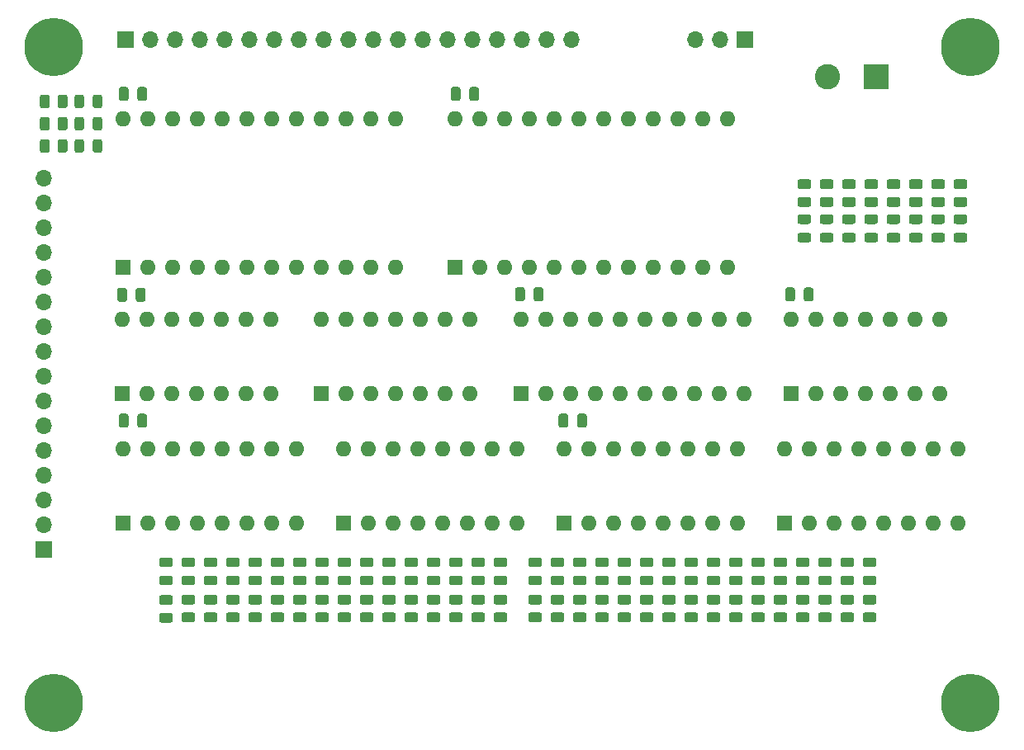
<source format=gbr>
%TF.GenerationSoftware,KiCad,Pcbnew,(5.1.9-0-10_14)*%
%TF.CreationDate,2021-07-06T01:07:33-04:00*%
%TF.ProjectId,ALU-181,414c552d-3138-4312-9e6b-696361645f70,rev?*%
%TF.SameCoordinates,Original*%
%TF.FileFunction,Soldermask,Top*%
%TF.FilePolarity,Negative*%
%FSLAX46Y46*%
G04 Gerber Fmt 4.6, Leading zero omitted, Abs format (unit mm)*
G04 Created by KiCad (PCBNEW (5.1.9-0-10_14)) date 2021-07-06 01:07:33*
%MOMM*%
%LPD*%
G01*
G04 APERTURE LIST*
%ADD10O,1.600000X1.600000*%
%ADD11R,1.600000X1.600000*%
%ADD12O,1.700000X1.700000*%
%ADD13R,1.700000X1.700000*%
%ADD14C,0.800000*%
%ADD15C,6.000000*%
%ADD16C,2.600000*%
%ADD17R,2.600000X2.600000*%
G04 APERTURE END LIST*
D10*
%TO.C,U7*%
X124206000Y-35306000D03*
X139446000Y-42926000D03*
X126746000Y-35306000D03*
X136906000Y-42926000D03*
X129286000Y-35306000D03*
X134366000Y-42926000D03*
X131826000Y-35306000D03*
X131826000Y-42926000D03*
X134366000Y-35306000D03*
X129286000Y-42926000D03*
X136906000Y-35306000D03*
X126746000Y-42926000D03*
X139446000Y-35306000D03*
D11*
X124206000Y-42926000D03*
%TD*%
%TO.C,R43*%
G36*
G01*
X96374000Y-17075999D02*
X96374000Y-17976001D01*
G75*
G02*
X96124001Y-18226000I-249999J0D01*
G01*
X95598999Y-18226000D01*
G75*
G02*
X95349000Y-17976001I0J249999D01*
G01*
X95349000Y-17075999D01*
G75*
G02*
X95598999Y-16826000I249999J0D01*
G01*
X96124001Y-16826000D01*
G75*
G02*
X96374000Y-17075999I0J-249999D01*
G01*
G37*
G36*
G01*
X98199000Y-17075999D02*
X98199000Y-17976001D01*
G75*
G02*
X97949001Y-18226000I-249999J0D01*
G01*
X97423999Y-18226000D01*
G75*
G02*
X97174000Y-17976001I0J249999D01*
G01*
X97174000Y-17075999D01*
G75*
G02*
X97423999Y-16826000I249999J0D01*
G01*
X97949001Y-16826000D01*
G75*
G02*
X98199000Y-17075999I0J-249999D01*
G01*
G37*
%TD*%
%TO.C,R42*%
G36*
G01*
X96374000Y-12503999D02*
X96374000Y-13404001D01*
G75*
G02*
X96124001Y-13654000I-249999J0D01*
G01*
X95598999Y-13654000D01*
G75*
G02*
X95349000Y-13404001I0J249999D01*
G01*
X95349000Y-12503999D01*
G75*
G02*
X95598999Y-12254000I249999J0D01*
G01*
X96124001Y-12254000D01*
G75*
G02*
X96374000Y-12503999I0J-249999D01*
G01*
G37*
G36*
G01*
X98199000Y-12503999D02*
X98199000Y-13404001D01*
G75*
G02*
X97949001Y-13654000I-249999J0D01*
G01*
X97423999Y-13654000D01*
G75*
G02*
X97174000Y-13404001I0J249999D01*
G01*
X97174000Y-12503999D01*
G75*
G02*
X97423999Y-12254000I249999J0D01*
G01*
X97949001Y-12254000D01*
G75*
G02*
X98199000Y-12503999I0J-249999D01*
G01*
G37*
%TD*%
%TO.C,R41*%
G36*
G01*
X96374000Y-14789999D02*
X96374000Y-15690001D01*
G75*
G02*
X96124001Y-15940000I-249999J0D01*
G01*
X95598999Y-15940000D01*
G75*
G02*
X95349000Y-15690001I0J249999D01*
G01*
X95349000Y-14789999D01*
G75*
G02*
X95598999Y-14540000I249999J0D01*
G01*
X96124001Y-14540000D01*
G75*
G02*
X96374000Y-14789999I0J-249999D01*
G01*
G37*
G36*
G01*
X98199000Y-14789999D02*
X98199000Y-15690001D01*
G75*
G02*
X97949001Y-15940000I-249999J0D01*
G01*
X97423999Y-15940000D01*
G75*
G02*
X97174000Y-15690001I0J249999D01*
G01*
X97174000Y-14789999D01*
G75*
G02*
X97423999Y-14540000I249999J0D01*
G01*
X97949001Y-14540000D01*
G75*
G02*
X98199000Y-14789999I0J-249999D01*
G01*
G37*
%TD*%
%TO.C,D43*%
G36*
G01*
X100780000Y-17982250D02*
X100780000Y-17069750D01*
G75*
G02*
X101023750Y-16826000I243750J0D01*
G01*
X101511250Y-16826000D01*
G75*
G02*
X101755000Y-17069750I0J-243750D01*
G01*
X101755000Y-17982250D01*
G75*
G02*
X101511250Y-18226000I-243750J0D01*
G01*
X101023750Y-18226000D01*
G75*
G02*
X100780000Y-17982250I0J243750D01*
G01*
G37*
G36*
G01*
X98905000Y-17982250D02*
X98905000Y-17069750D01*
G75*
G02*
X99148750Y-16826000I243750J0D01*
G01*
X99636250Y-16826000D01*
G75*
G02*
X99880000Y-17069750I0J-243750D01*
G01*
X99880000Y-17982250D01*
G75*
G02*
X99636250Y-18226000I-243750J0D01*
G01*
X99148750Y-18226000D01*
G75*
G02*
X98905000Y-17982250I0J243750D01*
G01*
G37*
%TD*%
%TO.C,D42*%
G36*
G01*
X100780000Y-13410250D02*
X100780000Y-12497750D01*
G75*
G02*
X101023750Y-12254000I243750J0D01*
G01*
X101511250Y-12254000D01*
G75*
G02*
X101755000Y-12497750I0J-243750D01*
G01*
X101755000Y-13410250D01*
G75*
G02*
X101511250Y-13654000I-243750J0D01*
G01*
X101023750Y-13654000D01*
G75*
G02*
X100780000Y-13410250I0J243750D01*
G01*
G37*
G36*
G01*
X98905000Y-13410250D02*
X98905000Y-12497750D01*
G75*
G02*
X99148750Y-12254000I243750J0D01*
G01*
X99636250Y-12254000D01*
G75*
G02*
X99880000Y-12497750I0J-243750D01*
G01*
X99880000Y-13410250D01*
G75*
G02*
X99636250Y-13654000I-243750J0D01*
G01*
X99148750Y-13654000D01*
G75*
G02*
X98905000Y-13410250I0J243750D01*
G01*
G37*
%TD*%
%TO.C,D41*%
G36*
G01*
X100780000Y-15696250D02*
X100780000Y-14783750D01*
G75*
G02*
X101023750Y-14540000I243750J0D01*
G01*
X101511250Y-14540000D01*
G75*
G02*
X101755000Y-14783750I0J-243750D01*
G01*
X101755000Y-15696250D01*
G75*
G02*
X101511250Y-15940000I-243750J0D01*
G01*
X101023750Y-15940000D01*
G75*
G02*
X100780000Y-15696250I0J243750D01*
G01*
G37*
G36*
G01*
X98905000Y-15696250D02*
X98905000Y-14783750D01*
G75*
G02*
X99148750Y-14540000I243750J0D01*
G01*
X99636250Y-14540000D01*
G75*
G02*
X99880000Y-14783750I0J-243750D01*
G01*
X99880000Y-15696250D01*
G75*
G02*
X99636250Y-15940000I-243750J0D01*
G01*
X99148750Y-15940000D01*
G75*
G02*
X98905000Y-15696250I0J243750D01*
G01*
G37*
%TD*%
D12*
%TO.C,J2*%
X149860000Y-6604000D03*
X147320000Y-6604000D03*
X144780000Y-6604000D03*
X142240000Y-6604000D03*
X139700000Y-6604000D03*
X137160000Y-6604000D03*
X134620000Y-6604000D03*
X132080000Y-6604000D03*
X129540000Y-6604000D03*
X127000000Y-6604000D03*
X124460000Y-6604000D03*
X121920000Y-6604000D03*
X119380000Y-6604000D03*
X116840000Y-6604000D03*
X114300000Y-6604000D03*
X111760000Y-6604000D03*
X109220000Y-6604000D03*
X106680000Y-6604000D03*
D13*
X104140000Y-6604000D03*
%TD*%
%TO.C,C7*%
G36*
G01*
X150442000Y-46195000D02*
X150442000Y-45245000D01*
G75*
G02*
X150692000Y-44995000I250000J0D01*
G01*
X151192000Y-44995000D01*
G75*
G02*
X151442000Y-45245000I0J-250000D01*
G01*
X151442000Y-46195000D01*
G75*
G02*
X151192000Y-46445000I-250000J0D01*
G01*
X150692000Y-46445000D01*
G75*
G02*
X150442000Y-46195000I0J250000D01*
G01*
G37*
G36*
G01*
X148542000Y-46195000D02*
X148542000Y-45245000D01*
G75*
G02*
X148792000Y-44995000I250000J0D01*
G01*
X149292000Y-44995000D01*
G75*
G02*
X149542000Y-45245000I0J-250000D01*
G01*
X149542000Y-46195000D01*
G75*
G02*
X149292000Y-46445000I-250000J0D01*
G01*
X148792000Y-46445000D01*
G75*
G02*
X148542000Y-46195000I0J250000D01*
G01*
G37*
%TD*%
%TO.C,C6*%
G36*
G01*
X105352000Y-46195000D02*
X105352000Y-45245000D01*
G75*
G02*
X105602000Y-44995000I250000J0D01*
G01*
X106102000Y-44995000D01*
G75*
G02*
X106352000Y-45245000I0J-250000D01*
G01*
X106352000Y-46195000D01*
G75*
G02*
X106102000Y-46445000I-250000J0D01*
G01*
X105602000Y-46445000D01*
G75*
G02*
X105352000Y-46195000I0J250000D01*
G01*
G37*
G36*
G01*
X103452000Y-46195000D02*
X103452000Y-45245000D01*
G75*
G02*
X103702000Y-44995000I250000J0D01*
G01*
X104202000Y-44995000D01*
G75*
G02*
X104452000Y-45245000I0J-250000D01*
G01*
X104452000Y-46195000D01*
G75*
G02*
X104202000Y-46445000I-250000J0D01*
G01*
X103702000Y-46445000D01*
G75*
G02*
X103452000Y-46195000I0J250000D01*
G01*
G37*
%TD*%
D12*
%TO.C,J17*%
X162560000Y-6604000D03*
X165100000Y-6604000D03*
D13*
X167640000Y-6604000D03*
%TD*%
%TO.C,R40*%
G36*
G01*
X179975998Y-65390000D02*
X180876002Y-65390000D01*
G75*
G02*
X181126000Y-65639998I0J-249998D01*
G01*
X181126000Y-66165002D01*
G75*
G02*
X180876002Y-66415000I-249998J0D01*
G01*
X179975998Y-66415000D01*
G75*
G02*
X179726000Y-66165002I0J249998D01*
G01*
X179726000Y-65639998D01*
G75*
G02*
X179975998Y-65390000I249998J0D01*
G01*
G37*
G36*
G01*
X179975998Y-63565000D02*
X180876002Y-63565000D01*
G75*
G02*
X181126000Y-63814998I0J-249998D01*
G01*
X181126000Y-64340002D01*
G75*
G02*
X180876002Y-64590000I-249998J0D01*
G01*
X179975998Y-64590000D01*
G75*
G02*
X179726000Y-64340002I0J249998D01*
G01*
X179726000Y-63814998D01*
G75*
G02*
X179975998Y-63565000I249998J0D01*
G01*
G37*
%TD*%
%TO.C,R39*%
G36*
G01*
X177689998Y-65390000D02*
X178590002Y-65390000D01*
G75*
G02*
X178840000Y-65639998I0J-249998D01*
G01*
X178840000Y-66165002D01*
G75*
G02*
X178590002Y-66415000I-249998J0D01*
G01*
X177689998Y-66415000D01*
G75*
G02*
X177440000Y-66165002I0J249998D01*
G01*
X177440000Y-65639998D01*
G75*
G02*
X177689998Y-65390000I249998J0D01*
G01*
G37*
G36*
G01*
X177689998Y-63565000D02*
X178590002Y-63565000D01*
G75*
G02*
X178840000Y-63814998I0J-249998D01*
G01*
X178840000Y-64340002D01*
G75*
G02*
X178590002Y-64590000I-249998J0D01*
G01*
X177689998Y-64590000D01*
G75*
G02*
X177440000Y-64340002I0J249998D01*
G01*
X177440000Y-63814998D01*
G75*
G02*
X177689998Y-63565000I249998J0D01*
G01*
G37*
%TD*%
%TO.C,R38*%
G36*
G01*
X175403998Y-65390000D02*
X176304002Y-65390000D01*
G75*
G02*
X176554000Y-65639998I0J-249998D01*
G01*
X176554000Y-66165002D01*
G75*
G02*
X176304002Y-66415000I-249998J0D01*
G01*
X175403998Y-66415000D01*
G75*
G02*
X175154000Y-66165002I0J249998D01*
G01*
X175154000Y-65639998D01*
G75*
G02*
X175403998Y-65390000I249998J0D01*
G01*
G37*
G36*
G01*
X175403998Y-63565000D02*
X176304002Y-63565000D01*
G75*
G02*
X176554000Y-63814998I0J-249998D01*
G01*
X176554000Y-64340002D01*
G75*
G02*
X176304002Y-64590000I-249998J0D01*
G01*
X175403998Y-64590000D01*
G75*
G02*
X175154000Y-64340002I0J249998D01*
G01*
X175154000Y-63814998D01*
G75*
G02*
X175403998Y-63565000I249998J0D01*
G01*
G37*
%TD*%
%TO.C,R37*%
G36*
G01*
X173117998Y-65390000D02*
X174018002Y-65390000D01*
G75*
G02*
X174268000Y-65639998I0J-249998D01*
G01*
X174268000Y-66165002D01*
G75*
G02*
X174018002Y-66415000I-249998J0D01*
G01*
X173117998Y-66415000D01*
G75*
G02*
X172868000Y-66165002I0J249998D01*
G01*
X172868000Y-65639998D01*
G75*
G02*
X173117998Y-65390000I249998J0D01*
G01*
G37*
G36*
G01*
X173117998Y-63565000D02*
X174018002Y-63565000D01*
G75*
G02*
X174268000Y-63814998I0J-249998D01*
G01*
X174268000Y-64340002D01*
G75*
G02*
X174018002Y-64590000I-249998J0D01*
G01*
X173117998Y-64590000D01*
G75*
G02*
X172868000Y-64340002I0J249998D01*
G01*
X172868000Y-63814998D01*
G75*
G02*
X173117998Y-63565000I249998J0D01*
G01*
G37*
%TD*%
%TO.C,R36*%
G36*
G01*
X170831998Y-65390000D02*
X171732002Y-65390000D01*
G75*
G02*
X171982000Y-65639998I0J-249998D01*
G01*
X171982000Y-66165002D01*
G75*
G02*
X171732002Y-66415000I-249998J0D01*
G01*
X170831998Y-66415000D01*
G75*
G02*
X170582000Y-66165002I0J249998D01*
G01*
X170582000Y-65639998D01*
G75*
G02*
X170831998Y-65390000I249998J0D01*
G01*
G37*
G36*
G01*
X170831998Y-63565000D02*
X171732002Y-63565000D01*
G75*
G02*
X171982000Y-63814998I0J-249998D01*
G01*
X171982000Y-64340002D01*
G75*
G02*
X171732002Y-64590000I-249998J0D01*
G01*
X170831998Y-64590000D01*
G75*
G02*
X170582000Y-64340002I0J249998D01*
G01*
X170582000Y-63814998D01*
G75*
G02*
X170831998Y-63565000I249998J0D01*
G01*
G37*
%TD*%
%TO.C,R35*%
G36*
G01*
X168545998Y-65390000D02*
X169446002Y-65390000D01*
G75*
G02*
X169696000Y-65639998I0J-249998D01*
G01*
X169696000Y-66165002D01*
G75*
G02*
X169446002Y-66415000I-249998J0D01*
G01*
X168545998Y-66415000D01*
G75*
G02*
X168296000Y-66165002I0J249998D01*
G01*
X168296000Y-65639998D01*
G75*
G02*
X168545998Y-65390000I249998J0D01*
G01*
G37*
G36*
G01*
X168545998Y-63565000D02*
X169446002Y-63565000D01*
G75*
G02*
X169696000Y-63814998I0J-249998D01*
G01*
X169696000Y-64340002D01*
G75*
G02*
X169446002Y-64590000I-249998J0D01*
G01*
X168545998Y-64590000D01*
G75*
G02*
X168296000Y-64340002I0J249998D01*
G01*
X168296000Y-63814998D01*
G75*
G02*
X168545998Y-63565000I249998J0D01*
G01*
G37*
%TD*%
%TO.C,R34*%
G36*
G01*
X166259998Y-65390000D02*
X167160002Y-65390000D01*
G75*
G02*
X167410000Y-65639998I0J-249998D01*
G01*
X167410000Y-66165002D01*
G75*
G02*
X167160002Y-66415000I-249998J0D01*
G01*
X166259998Y-66415000D01*
G75*
G02*
X166010000Y-66165002I0J249998D01*
G01*
X166010000Y-65639998D01*
G75*
G02*
X166259998Y-65390000I249998J0D01*
G01*
G37*
G36*
G01*
X166259998Y-63565000D02*
X167160002Y-63565000D01*
G75*
G02*
X167410000Y-63814998I0J-249998D01*
G01*
X167410000Y-64340002D01*
G75*
G02*
X167160002Y-64590000I-249998J0D01*
G01*
X166259998Y-64590000D01*
G75*
G02*
X166010000Y-64340002I0J249998D01*
G01*
X166010000Y-63814998D01*
G75*
G02*
X166259998Y-63565000I249998J0D01*
G01*
G37*
%TD*%
%TO.C,R33*%
G36*
G01*
X163973998Y-65390000D02*
X164874002Y-65390000D01*
G75*
G02*
X165124000Y-65639998I0J-249998D01*
G01*
X165124000Y-66165002D01*
G75*
G02*
X164874002Y-66415000I-249998J0D01*
G01*
X163973998Y-66415000D01*
G75*
G02*
X163724000Y-66165002I0J249998D01*
G01*
X163724000Y-65639998D01*
G75*
G02*
X163973998Y-65390000I249998J0D01*
G01*
G37*
G36*
G01*
X163973998Y-63565000D02*
X164874002Y-63565000D01*
G75*
G02*
X165124000Y-63814998I0J-249998D01*
G01*
X165124000Y-64340002D01*
G75*
G02*
X164874002Y-64590000I-249998J0D01*
G01*
X163973998Y-64590000D01*
G75*
G02*
X163724000Y-64340002I0J249998D01*
G01*
X163724000Y-63814998D01*
G75*
G02*
X163973998Y-63565000I249998J0D01*
G01*
G37*
%TD*%
%TO.C,D40*%
G36*
G01*
X163967750Y-61630000D02*
X164880250Y-61630000D01*
G75*
G02*
X165124000Y-61873750I0J-243750D01*
G01*
X165124000Y-62361250D01*
G75*
G02*
X164880250Y-62605000I-243750J0D01*
G01*
X163967750Y-62605000D01*
G75*
G02*
X163724000Y-62361250I0J243750D01*
G01*
X163724000Y-61873750D01*
G75*
G02*
X163967750Y-61630000I243750J0D01*
G01*
G37*
G36*
G01*
X163967750Y-59755000D02*
X164880250Y-59755000D01*
G75*
G02*
X165124000Y-59998750I0J-243750D01*
G01*
X165124000Y-60486250D01*
G75*
G02*
X164880250Y-60730000I-243750J0D01*
G01*
X163967750Y-60730000D01*
G75*
G02*
X163724000Y-60486250I0J243750D01*
G01*
X163724000Y-59998750D01*
G75*
G02*
X163967750Y-59755000I243750J0D01*
G01*
G37*
%TD*%
%TO.C,D39*%
G36*
G01*
X166253750Y-61630000D02*
X167166250Y-61630000D01*
G75*
G02*
X167410000Y-61873750I0J-243750D01*
G01*
X167410000Y-62361250D01*
G75*
G02*
X167166250Y-62605000I-243750J0D01*
G01*
X166253750Y-62605000D01*
G75*
G02*
X166010000Y-62361250I0J243750D01*
G01*
X166010000Y-61873750D01*
G75*
G02*
X166253750Y-61630000I243750J0D01*
G01*
G37*
G36*
G01*
X166253750Y-59755000D02*
X167166250Y-59755000D01*
G75*
G02*
X167410000Y-59998750I0J-243750D01*
G01*
X167410000Y-60486250D01*
G75*
G02*
X167166250Y-60730000I-243750J0D01*
G01*
X166253750Y-60730000D01*
G75*
G02*
X166010000Y-60486250I0J243750D01*
G01*
X166010000Y-59998750D01*
G75*
G02*
X166253750Y-59755000I243750J0D01*
G01*
G37*
%TD*%
%TO.C,D38*%
G36*
G01*
X168539750Y-61630000D02*
X169452250Y-61630000D01*
G75*
G02*
X169696000Y-61873750I0J-243750D01*
G01*
X169696000Y-62361250D01*
G75*
G02*
X169452250Y-62605000I-243750J0D01*
G01*
X168539750Y-62605000D01*
G75*
G02*
X168296000Y-62361250I0J243750D01*
G01*
X168296000Y-61873750D01*
G75*
G02*
X168539750Y-61630000I243750J0D01*
G01*
G37*
G36*
G01*
X168539750Y-59755000D02*
X169452250Y-59755000D01*
G75*
G02*
X169696000Y-59998750I0J-243750D01*
G01*
X169696000Y-60486250D01*
G75*
G02*
X169452250Y-60730000I-243750J0D01*
G01*
X168539750Y-60730000D01*
G75*
G02*
X168296000Y-60486250I0J243750D01*
G01*
X168296000Y-59998750D01*
G75*
G02*
X168539750Y-59755000I243750J0D01*
G01*
G37*
%TD*%
%TO.C,D37*%
G36*
G01*
X170825750Y-61630000D02*
X171738250Y-61630000D01*
G75*
G02*
X171982000Y-61873750I0J-243750D01*
G01*
X171982000Y-62361250D01*
G75*
G02*
X171738250Y-62605000I-243750J0D01*
G01*
X170825750Y-62605000D01*
G75*
G02*
X170582000Y-62361250I0J243750D01*
G01*
X170582000Y-61873750D01*
G75*
G02*
X170825750Y-61630000I243750J0D01*
G01*
G37*
G36*
G01*
X170825750Y-59755000D02*
X171738250Y-59755000D01*
G75*
G02*
X171982000Y-59998750I0J-243750D01*
G01*
X171982000Y-60486250D01*
G75*
G02*
X171738250Y-60730000I-243750J0D01*
G01*
X170825750Y-60730000D01*
G75*
G02*
X170582000Y-60486250I0J243750D01*
G01*
X170582000Y-59998750D01*
G75*
G02*
X170825750Y-59755000I243750J0D01*
G01*
G37*
%TD*%
%TO.C,D36*%
G36*
G01*
X173111750Y-61630000D02*
X174024250Y-61630000D01*
G75*
G02*
X174268000Y-61873750I0J-243750D01*
G01*
X174268000Y-62361250D01*
G75*
G02*
X174024250Y-62605000I-243750J0D01*
G01*
X173111750Y-62605000D01*
G75*
G02*
X172868000Y-62361250I0J243750D01*
G01*
X172868000Y-61873750D01*
G75*
G02*
X173111750Y-61630000I243750J0D01*
G01*
G37*
G36*
G01*
X173111750Y-59755000D02*
X174024250Y-59755000D01*
G75*
G02*
X174268000Y-59998750I0J-243750D01*
G01*
X174268000Y-60486250D01*
G75*
G02*
X174024250Y-60730000I-243750J0D01*
G01*
X173111750Y-60730000D01*
G75*
G02*
X172868000Y-60486250I0J243750D01*
G01*
X172868000Y-59998750D01*
G75*
G02*
X173111750Y-59755000I243750J0D01*
G01*
G37*
%TD*%
%TO.C,D35*%
G36*
G01*
X175397750Y-61630000D02*
X176310250Y-61630000D01*
G75*
G02*
X176554000Y-61873750I0J-243750D01*
G01*
X176554000Y-62361250D01*
G75*
G02*
X176310250Y-62605000I-243750J0D01*
G01*
X175397750Y-62605000D01*
G75*
G02*
X175154000Y-62361250I0J243750D01*
G01*
X175154000Y-61873750D01*
G75*
G02*
X175397750Y-61630000I243750J0D01*
G01*
G37*
G36*
G01*
X175397750Y-59755000D02*
X176310250Y-59755000D01*
G75*
G02*
X176554000Y-59998750I0J-243750D01*
G01*
X176554000Y-60486250D01*
G75*
G02*
X176310250Y-60730000I-243750J0D01*
G01*
X175397750Y-60730000D01*
G75*
G02*
X175154000Y-60486250I0J243750D01*
G01*
X175154000Y-59998750D01*
G75*
G02*
X175397750Y-59755000I243750J0D01*
G01*
G37*
%TD*%
%TO.C,D34*%
G36*
G01*
X177683750Y-61630000D02*
X178596250Y-61630000D01*
G75*
G02*
X178840000Y-61873750I0J-243750D01*
G01*
X178840000Y-62361250D01*
G75*
G02*
X178596250Y-62605000I-243750J0D01*
G01*
X177683750Y-62605000D01*
G75*
G02*
X177440000Y-62361250I0J243750D01*
G01*
X177440000Y-61873750D01*
G75*
G02*
X177683750Y-61630000I243750J0D01*
G01*
G37*
G36*
G01*
X177683750Y-59755000D02*
X178596250Y-59755000D01*
G75*
G02*
X178840000Y-59998750I0J-243750D01*
G01*
X178840000Y-60486250D01*
G75*
G02*
X178596250Y-60730000I-243750J0D01*
G01*
X177683750Y-60730000D01*
G75*
G02*
X177440000Y-60486250I0J243750D01*
G01*
X177440000Y-59998750D01*
G75*
G02*
X177683750Y-59755000I243750J0D01*
G01*
G37*
%TD*%
%TO.C,D33*%
G36*
G01*
X179969750Y-61630000D02*
X180882250Y-61630000D01*
G75*
G02*
X181126000Y-61873750I0J-243750D01*
G01*
X181126000Y-62361250D01*
G75*
G02*
X180882250Y-62605000I-243750J0D01*
G01*
X179969750Y-62605000D01*
G75*
G02*
X179726000Y-62361250I0J243750D01*
G01*
X179726000Y-61873750D01*
G75*
G02*
X179969750Y-61630000I243750J0D01*
G01*
G37*
G36*
G01*
X179969750Y-59755000D02*
X180882250Y-59755000D01*
G75*
G02*
X181126000Y-59998750I0J-243750D01*
G01*
X181126000Y-60486250D01*
G75*
G02*
X180882250Y-60730000I-243750J0D01*
G01*
X179969750Y-60730000D01*
G75*
G02*
X179726000Y-60486250I0J243750D01*
G01*
X179726000Y-59998750D01*
G75*
G02*
X179969750Y-59755000I243750J0D01*
G01*
G37*
%TD*%
%TO.C,R32*%
G36*
G01*
X161687998Y-65390000D02*
X162588002Y-65390000D01*
G75*
G02*
X162838000Y-65639998I0J-249998D01*
G01*
X162838000Y-66165002D01*
G75*
G02*
X162588002Y-66415000I-249998J0D01*
G01*
X161687998Y-66415000D01*
G75*
G02*
X161438000Y-66165002I0J249998D01*
G01*
X161438000Y-65639998D01*
G75*
G02*
X161687998Y-65390000I249998J0D01*
G01*
G37*
G36*
G01*
X161687998Y-63565000D02*
X162588002Y-63565000D01*
G75*
G02*
X162838000Y-63814998I0J-249998D01*
G01*
X162838000Y-64340002D01*
G75*
G02*
X162588002Y-64590000I-249998J0D01*
G01*
X161687998Y-64590000D01*
G75*
G02*
X161438000Y-64340002I0J249998D01*
G01*
X161438000Y-63814998D01*
G75*
G02*
X161687998Y-63565000I249998J0D01*
G01*
G37*
%TD*%
%TO.C,R31*%
G36*
G01*
X159401998Y-65390000D02*
X160302002Y-65390000D01*
G75*
G02*
X160552000Y-65639998I0J-249998D01*
G01*
X160552000Y-66165002D01*
G75*
G02*
X160302002Y-66415000I-249998J0D01*
G01*
X159401998Y-66415000D01*
G75*
G02*
X159152000Y-66165002I0J249998D01*
G01*
X159152000Y-65639998D01*
G75*
G02*
X159401998Y-65390000I249998J0D01*
G01*
G37*
G36*
G01*
X159401998Y-63565000D02*
X160302002Y-63565000D01*
G75*
G02*
X160552000Y-63814998I0J-249998D01*
G01*
X160552000Y-64340002D01*
G75*
G02*
X160302002Y-64590000I-249998J0D01*
G01*
X159401998Y-64590000D01*
G75*
G02*
X159152000Y-64340002I0J249998D01*
G01*
X159152000Y-63814998D01*
G75*
G02*
X159401998Y-63565000I249998J0D01*
G01*
G37*
%TD*%
%TO.C,R30*%
G36*
G01*
X157115998Y-65390000D02*
X158016002Y-65390000D01*
G75*
G02*
X158266000Y-65639998I0J-249998D01*
G01*
X158266000Y-66165002D01*
G75*
G02*
X158016002Y-66415000I-249998J0D01*
G01*
X157115998Y-66415000D01*
G75*
G02*
X156866000Y-66165002I0J249998D01*
G01*
X156866000Y-65639998D01*
G75*
G02*
X157115998Y-65390000I249998J0D01*
G01*
G37*
G36*
G01*
X157115998Y-63565000D02*
X158016002Y-63565000D01*
G75*
G02*
X158266000Y-63814998I0J-249998D01*
G01*
X158266000Y-64340002D01*
G75*
G02*
X158016002Y-64590000I-249998J0D01*
G01*
X157115998Y-64590000D01*
G75*
G02*
X156866000Y-64340002I0J249998D01*
G01*
X156866000Y-63814998D01*
G75*
G02*
X157115998Y-63565000I249998J0D01*
G01*
G37*
%TD*%
%TO.C,R29*%
G36*
G01*
X154829998Y-65390000D02*
X155730002Y-65390000D01*
G75*
G02*
X155980000Y-65639998I0J-249998D01*
G01*
X155980000Y-66165002D01*
G75*
G02*
X155730002Y-66415000I-249998J0D01*
G01*
X154829998Y-66415000D01*
G75*
G02*
X154580000Y-66165002I0J249998D01*
G01*
X154580000Y-65639998D01*
G75*
G02*
X154829998Y-65390000I249998J0D01*
G01*
G37*
G36*
G01*
X154829998Y-63565000D02*
X155730002Y-63565000D01*
G75*
G02*
X155980000Y-63814998I0J-249998D01*
G01*
X155980000Y-64340002D01*
G75*
G02*
X155730002Y-64590000I-249998J0D01*
G01*
X154829998Y-64590000D01*
G75*
G02*
X154580000Y-64340002I0J249998D01*
G01*
X154580000Y-63814998D01*
G75*
G02*
X154829998Y-63565000I249998J0D01*
G01*
G37*
%TD*%
%TO.C,R28*%
G36*
G01*
X152543998Y-65390000D02*
X153444002Y-65390000D01*
G75*
G02*
X153694000Y-65639998I0J-249998D01*
G01*
X153694000Y-66165002D01*
G75*
G02*
X153444002Y-66415000I-249998J0D01*
G01*
X152543998Y-66415000D01*
G75*
G02*
X152294000Y-66165002I0J249998D01*
G01*
X152294000Y-65639998D01*
G75*
G02*
X152543998Y-65390000I249998J0D01*
G01*
G37*
G36*
G01*
X152543998Y-63565000D02*
X153444002Y-63565000D01*
G75*
G02*
X153694000Y-63814998I0J-249998D01*
G01*
X153694000Y-64340002D01*
G75*
G02*
X153444002Y-64590000I-249998J0D01*
G01*
X152543998Y-64590000D01*
G75*
G02*
X152294000Y-64340002I0J249998D01*
G01*
X152294000Y-63814998D01*
G75*
G02*
X152543998Y-63565000I249998J0D01*
G01*
G37*
%TD*%
%TO.C,R27*%
G36*
G01*
X150257998Y-65390000D02*
X151158002Y-65390000D01*
G75*
G02*
X151408000Y-65639998I0J-249998D01*
G01*
X151408000Y-66165002D01*
G75*
G02*
X151158002Y-66415000I-249998J0D01*
G01*
X150257998Y-66415000D01*
G75*
G02*
X150008000Y-66165002I0J249998D01*
G01*
X150008000Y-65639998D01*
G75*
G02*
X150257998Y-65390000I249998J0D01*
G01*
G37*
G36*
G01*
X150257998Y-63565000D02*
X151158002Y-63565000D01*
G75*
G02*
X151408000Y-63814998I0J-249998D01*
G01*
X151408000Y-64340002D01*
G75*
G02*
X151158002Y-64590000I-249998J0D01*
G01*
X150257998Y-64590000D01*
G75*
G02*
X150008000Y-64340002I0J249998D01*
G01*
X150008000Y-63814998D01*
G75*
G02*
X150257998Y-63565000I249998J0D01*
G01*
G37*
%TD*%
%TO.C,R26*%
G36*
G01*
X147971998Y-65390000D02*
X148872002Y-65390000D01*
G75*
G02*
X149122000Y-65639998I0J-249998D01*
G01*
X149122000Y-66165002D01*
G75*
G02*
X148872002Y-66415000I-249998J0D01*
G01*
X147971998Y-66415000D01*
G75*
G02*
X147722000Y-66165002I0J249998D01*
G01*
X147722000Y-65639998D01*
G75*
G02*
X147971998Y-65390000I249998J0D01*
G01*
G37*
G36*
G01*
X147971998Y-63565000D02*
X148872002Y-63565000D01*
G75*
G02*
X149122000Y-63814998I0J-249998D01*
G01*
X149122000Y-64340002D01*
G75*
G02*
X148872002Y-64590000I-249998J0D01*
G01*
X147971998Y-64590000D01*
G75*
G02*
X147722000Y-64340002I0J249998D01*
G01*
X147722000Y-63814998D01*
G75*
G02*
X147971998Y-63565000I249998J0D01*
G01*
G37*
%TD*%
%TO.C,R25*%
G36*
G01*
X145685998Y-65390000D02*
X146586002Y-65390000D01*
G75*
G02*
X146836000Y-65639998I0J-249998D01*
G01*
X146836000Y-66165002D01*
G75*
G02*
X146586002Y-66415000I-249998J0D01*
G01*
X145685998Y-66415000D01*
G75*
G02*
X145436000Y-66165002I0J249998D01*
G01*
X145436000Y-65639998D01*
G75*
G02*
X145685998Y-65390000I249998J0D01*
G01*
G37*
G36*
G01*
X145685998Y-63565000D02*
X146586002Y-63565000D01*
G75*
G02*
X146836000Y-63814998I0J-249998D01*
G01*
X146836000Y-64340002D01*
G75*
G02*
X146586002Y-64590000I-249998J0D01*
G01*
X145685998Y-64590000D01*
G75*
G02*
X145436000Y-64340002I0J249998D01*
G01*
X145436000Y-63814998D01*
G75*
G02*
X145685998Y-63565000I249998J0D01*
G01*
G37*
%TD*%
%TO.C,D32*%
G36*
G01*
X145679750Y-61630000D02*
X146592250Y-61630000D01*
G75*
G02*
X146836000Y-61873750I0J-243750D01*
G01*
X146836000Y-62361250D01*
G75*
G02*
X146592250Y-62605000I-243750J0D01*
G01*
X145679750Y-62605000D01*
G75*
G02*
X145436000Y-62361250I0J243750D01*
G01*
X145436000Y-61873750D01*
G75*
G02*
X145679750Y-61630000I243750J0D01*
G01*
G37*
G36*
G01*
X145679750Y-59755000D02*
X146592250Y-59755000D01*
G75*
G02*
X146836000Y-59998750I0J-243750D01*
G01*
X146836000Y-60486250D01*
G75*
G02*
X146592250Y-60730000I-243750J0D01*
G01*
X145679750Y-60730000D01*
G75*
G02*
X145436000Y-60486250I0J243750D01*
G01*
X145436000Y-59998750D01*
G75*
G02*
X145679750Y-59755000I243750J0D01*
G01*
G37*
%TD*%
%TO.C,D31*%
G36*
G01*
X147965750Y-61630000D02*
X148878250Y-61630000D01*
G75*
G02*
X149122000Y-61873750I0J-243750D01*
G01*
X149122000Y-62361250D01*
G75*
G02*
X148878250Y-62605000I-243750J0D01*
G01*
X147965750Y-62605000D01*
G75*
G02*
X147722000Y-62361250I0J243750D01*
G01*
X147722000Y-61873750D01*
G75*
G02*
X147965750Y-61630000I243750J0D01*
G01*
G37*
G36*
G01*
X147965750Y-59755000D02*
X148878250Y-59755000D01*
G75*
G02*
X149122000Y-59998750I0J-243750D01*
G01*
X149122000Y-60486250D01*
G75*
G02*
X148878250Y-60730000I-243750J0D01*
G01*
X147965750Y-60730000D01*
G75*
G02*
X147722000Y-60486250I0J243750D01*
G01*
X147722000Y-59998750D01*
G75*
G02*
X147965750Y-59755000I243750J0D01*
G01*
G37*
%TD*%
%TO.C,D30*%
G36*
G01*
X150251750Y-61630000D02*
X151164250Y-61630000D01*
G75*
G02*
X151408000Y-61873750I0J-243750D01*
G01*
X151408000Y-62361250D01*
G75*
G02*
X151164250Y-62605000I-243750J0D01*
G01*
X150251750Y-62605000D01*
G75*
G02*
X150008000Y-62361250I0J243750D01*
G01*
X150008000Y-61873750D01*
G75*
G02*
X150251750Y-61630000I243750J0D01*
G01*
G37*
G36*
G01*
X150251750Y-59755000D02*
X151164250Y-59755000D01*
G75*
G02*
X151408000Y-59998750I0J-243750D01*
G01*
X151408000Y-60486250D01*
G75*
G02*
X151164250Y-60730000I-243750J0D01*
G01*
X150251750Y-60730000D01*
G75*
G02*
X150008000Y-60486250I0J243750D01*
G01*
X150008000Y-59998750D01*
G75*
G02*
X150251750Y-59755000I243750J0D01*
G01*
G37*
%TD*%
%TO.C,D29*%
G36*
G01*
X152537750Y-61630000D02*
X153450250Y-61630000D01*
G75*
G02*
X153694000Y-61873750I0J-243750D01*
G01*
X153694000Y-62361250D01*
G75*
G02*
X153450250Y-62605000I-243750J0D01*
G01*
X152537750Y-62605000D01*
G75*
G02*
X152294000Y-62361250I0J243750D01*
G01*
X152294000Y-61873750D01*
G75*
G02*
X152537750Y-61630000I243750J0D01*
G01*
G37*
G36*
G01*
X152537750Y-59755000D02*
X153450250Y-59755000D01*
G75*
G02*
X153694000Y-59998750I0J-243750D01*
G01*
X153694000Y-60486250D01*
G75*
G02*
X153450250Y-60730000I-243750J0D01*
G01*
X152537750Y-60730000D01*
G75*
G02*
X152294000Y-60486250I0J243750D01*
G01*
X152294000Y-59998750D01*
G75*
G02*
X152537750Y-59755000I243750J0D01*
G01*
G37*
%TD*%
%TO.C,D28*%
G36*
G01*
X154823750Y-61630000D02*
X155736250Y-61630000D01*
G75*
G02*
X155980000Y-61873750I0J-243750D01*
G01*
X155980000Y-62361250D01*
G75*
G02*
X155736250Y-62605000I-243750J0D01*
G01*
X154823750Y-62605000D01*
G75*
G02*
X154580000Y-62361250I0J243750D01*
G01*
X154580000Y-61873750D01*
G75*
G02*
X154823750Y-61630000I243750J0D01*
G01*
G37*
G36*
G01*
X154823750Y-59755000D02*
X155736250Y-59755000D01*
G75*
G02*
X155980000Y-59998750I0J-243750D01*
G01*
X155980000Y-60486250D01*
G75*
G02*
X155736250Y-60730000I-243750J0D01*
G01*
X154823750Y-60730000D01*
G75*
G02*
X154580000Y-60486250I0J243750D01*
G01*
X154580000Y-59998750D01*
G75*
G02*
X154823750Y-59755000I243750J0D01*
G01*
G37*
%TD*%
%TO.C,D27*%
G36*
G01*
X157109750Y-61630000D02*
X158022250Y-61630000D01*
G75*
G02*
X158266000Y-61873750I0J-243750D01*
G01*
X158266000Y-62361250D01*
G75*
G02*
X158022250Y-62605000I-243750J0D01*
G01*
X157109750Y-62605000D01*
G75*
G02*
X156866000Y-62361250I0J243750D01*
G01*
X156866000Y-61873750D01*
G75*
G02*
X157109750Y-61630000I243750J0D01*
G01*
G37*
G36*
G01*
X157109750Y-59755000D02*
X158022250Y-59755000D01*
G75*
G02*
X158266000Y-59998750I0J-243750D01*
G01*
X158266000Y-60486250D01*
G75*
G02*
X158022250Y-60730000I-243750J0D01*
G01*
X157109750Y-60730000D01*
G75*
G02*
X156866000Y-60486250I0J243750D01*
G01*
X156866000Y-59998750D01*
G75*
G02*
X157109750Y-59755000I243750J0D01*
G01*
G37*
%TD*%
%TO.C,D26*%
G36*
G01*
X159395750Y-61630000D02*
X160308250Y-61630000D01*
G75*
G02*
X160552000Y-61873750I0J-243750D01*
G01*
X160552000Y-62361250D01*
G75*
G02*
X160308250Y-62605000I-243750J0D01*
G01*
X159395750Y-62605000D01*
G75*
G02*
X159152000Y-62361250I0J243750D01*
G01*
X159152000Y-61873750D01*
G75*
G02*
X159395750Y-61630000I243750J0D01*
G01*
G37*
G36*
G01*
X159395750Y-59755000D02*
X160308250Y-59755000D01*
G75*
G02*
X160552000Y-59998750I0J-243750D01*
G01*
X160552000Y-60486250D01*
G75*
G02*
X160308250Y-60730000I-243750J0D01*
G01*
X159395750Y-60730000D01*
G75*
G02*
X159152000Y-60486250I0J243750D01*
G01*
X159152000Y-59998750D01*
G75*
G02*
X159395750Y-59755000I243750J0D01*
G01*
G37*
%TD*%
%TO.C,D25*%
G36*
G01*
X161681750Y-61630000D02*
X162594250Y-61630000D01*
G75*
G02*
X162838000Y-61873750I0J-243750D01*
G01*
X162838000Y-62361250D01*
G75*
G02*
X162594250Y-62605000I-243750J0D01*
G01*
X161681750Y-62605000D01*
G75*
G02*
X161438000Y-62361250I0J243750D01*
G01*
X161438000Y-61873750D01*
G75*
G02*
X161681750Y-61630000I243750J0D01*
G01*
G37*
G36*
G01*
X161681750Y-59755000D02*
X162594250Y-59755000D01*
G75*
G02*
X162838000Y-59998750I0J-243750D01*
G01*
X162838000Y-60486250D01*
G75*
G02*
X162594250Y-60730000I-243750J0D01*
G01*
X161681750Y-60730000D01*
G75*
G02*
X161438000Y-60486250I0J243750D01*
G01*
X161438000Y-59998750D01*
G75*
G02*
X161681750Y-59755000I243750J0D01*
G01*
G37*
%TD*%
%TO.C,R24*%
G36*
G01*
X142129998Y-65390000D02*
X143030002Y-65390000D01*
G75*
G02*
X143280000Y-65639998I0J-249998D01*
G01*
X143280000Y-66165002D01*
G75*
G02*
X143030002Y-66415000I-249998J0D01*
G01*
X142129998Y-66415000D01*
G75*
G02*
X141880000Y-66165002I0J249998D01*
G01*
X141880000Y-65639998D01*
G75*
G02*
X142129998Y-65390000I249998J0D01*
G01*
G37*
G36*
G01*
X142129998Y-63565000D02*
X143030002Y-63565000D01*
G75*
G02*
X143280000Y-63814998I0J-249998D01*
G01*
X143280000Y-64340002D01*
G75*
G02*
X143030002Y-64590000I-249998J0D01*
G01*
X142129998Y-64590000D01*
G75*
G02*
X141880000Y-64340002I0J249998D01*
G01*
X141880000Y-63814998D01*
G75*
G02*
X142129998Y-63565000I249998J0D01*
G01*
G37*
%TD*%
%TO.C,R23*%
G36*
G01*
X139843998Y-65390000D02*
X140744002Y-65390000D01*
G75*
G02*
X140994000Y-65639998I0J-249998D01*
G01*
X140994000Y-66165002D01*
G75*
G02*
X140744002Y-66415000I-249998J0D01*
G01*
X139843998Y-66415000D01*
G75*
G02*
X139594000Y-66165002I0J249998D01*
G01*
X139594000Y-65639998D01*
G75*
G02*
X139843998Y-65390000I249998J0D01*
G01*
G37*
G36*
G01*
X139843998Y-63565000D02*
X140744002Y-63565000D01*
G75*
G02*
X140994000Y-63814998I0J-249998D01*
G01*
X140994000Y-64340002D01*
G75*
G02*
X140744002Y-64590000I-249998J0D01*
G01*
X139843998Y-64590000D01*
G75*
G02*
X139594000Y-64340002I0J249998D01*
G01*
X139594000Y-63814998D01*
G75*
G02*
X139843998Y-63565000I249998J0D01*
G01*
G37*
%TD*%
%TO.C,R22*%
G36*
G01*
X137557998Y-65390000D02*
X138458002Y-65390000D01*
G75*
G02*
X138708000Y-65639998I0J-249998D01*
G01*
X138708000Y-66165002D01*
G75*
G02*
X138458002Y-66415000I-249998J0D01*
G01*
X137557998Y-66415000D01*
G75*
G02*
X137308000Y-66165002I0J249998D01*
G01*
X137308000Y-65639998D01*
G75*
G02*
X137557998Y-65390000I249998J0D01*
G01*
G37*
G36*
G01*
X137557998Y-63565000D02*
X138458002Y-63565000D01*
G75*
G02*
X138708000Y-63814998I0J-249998D01*
G01*
X138708000Y-64340002D01*
G75*
G02*
X138458002Y-64590000I-249998J0D01*
G01*
X137557998Y-64590000D01*
G75*
G02*
X137308000Y-64340002I0J249998D01*
G01*
X137308000Y-63814998D01*
G75*
G02*
X137557998Y-63565000I249998J0D01*
G01*
G37*
%TD*%
%TO.C,R21*%
G36*
G01*
X135271998Y-65390000D02*
X136172002Y-65390000D01*
G75*
G02*
X136422000Y-65639998I0J-249998D01*
G01*
X136422000Y-66165002D01*
G75*
G02*
X136172002Y-66415000I-249998J0D01*
G01*
X135271998Y-66415000D01*
G75*
G02*
X135022000Y-66165002I0J249998D01*
G01*
X135022000Y-65639998D01*
G75*
G02*
X135271998Y-65390000I249998J0D01*
G01*
G37*
G36*
G01*
X135271998Y-63565000D02*
X136172002Y-63565000D01*
G75*
G02*
X136422000Y-63814998I0J-249998D01*
G01*
X136422000Y-64340002D01*
G75*
G02*
X136172002Y-64590000I-249998J0D01*
G01*
X135271998Y-64590000D01*
G75*
G02*
X135022000Y-64340002I0J249998D01*
G01*
X135022000Y-63814998D01*
G75*
G02*
X135271998Y-63565000I249998J0D01*
G01*
G37*
%TD*%
%TO.C,R20*%
G36*
G01*
X132985998Y-65390000D02*
X133886002Y-65390000D01*
G75*
G02*
X134136000Y-65639998I0J-249998D01*
G01*
X134136000Y-66165002D01*
G75*
G02*
X133886002Y-66415000I-249998J0D01*
G01*
X132985998Y-66415000D01*
G75*
G02*
X132736000Y-66165002I0J249998D01*
G01*
X132736000Y-65639998D01*
G75*
G02*
X132985998Y-65390000I249998J0D01*
G01*
G37*
G36*
G01*
X132985998Y-63565000D02*
X133886002Y-63565000D01*
G75*
G02*
X134136000Y-63814998I0J-249998D01*
G01*
X134136000Y-64340002D01*
G75*
G02*
X133886002Y-64590000I-249998J0D01*
G01*
X132985998Y-64590000D01*
G75*
G02*
X132736000Y-64340002I0J249998D01*
G01*
X132736000Y-63814998D01*
G75*
G02*
X132985998Y-63565000I249998J0D01*
G01*
G37*
%TD*%
%TO.C,R19*%
G36*
G01*
X130699998Y-65390000D02*
X131600002Y-65390000D01*
G75*
G02*
X131850000Y-65639998I0J-249998D01*
G01*
X131850000Y-66165002D01*
G75*
G02*
X131600002Y-66415000I-249998J0D01*
G01*
X130699998Y-66415000D01*
G75*
G02*
X130450000Y-66165002I0J249998D01*
G01*
X130450000Y-65639998D01*
G75*
G02*
X130699998Y-65390000I249998J0D01*
G01*
G37*
G36*
G01*
X130699998Y-63565000D02*
X131600002Y-63565000D01*
G75*
G02*
X131850000Y-63814998I0J-249998D01*
G01*
X131850000Y-64340002D01*
G75*
G02*
X131600002Y-64590000I-249998J0D01*
G01*
X130699998Y-64590000D01*
G75*
G02*
X130450000Y-64340002I0J249998D01*
G01*
X130450000Y-63814998D01*
G75*
G02*
X130699998Y-63565000I249998J0D01*
G01*
G37*
%TD*%
%TO.C,R18*%
G36*
G01*
X128413998Y-65390000D02*
X129314002Y-65390000D01*
G75*
G02*
X129564000Y-65639998I0J-249998D01*
G01*
X129564000Y-66165002D01*
G75*
G02*
X129314002Y-66415000I-249998J0D01*
G01*
X128413998Y-66415000D01*
G75*
G02*
X128164000Y-66165002I0J249998D01*
G01*
X128164000Y-65639998D01*
G75*
G02*
X128413998Y-65390000I249998J0D01*
G01*
G37*
G36*
G01*
X128413998Y-63565000D02*
X129314002Y-63565000D01*
G75*
G02*
X129564000Y-63814998I0J-249998D01*
G01*
X129564000Y-64340002D01*
G75*
G02*
X129314002Y-64590000I-249998J0D01*
G01*
X128413998Y-64590000D01*
G75*
G02*
X128164000Y-64340002I0J249998D01*
G01*
X128164000Y-63814998D01*
G75*
G02*
X128413998Y-63565000I249998J0D01*
G01*
G37*
%TD*%
%TO.C,R17*%
G36*
G01*
X126127998Y-65390000D02*
X127028002Y-65390000D01*
G75*
G02*
X127278000Y-65639998I0J-249998D01*
G01*
X127278000Y-66165002D01*
G75*
G02*
X127028002Y-66415000I-249998J0D01*
G01*
X126127998Y-66415000D01*
G75*
G02*
X125878000Y-66165002I0J249998D01*
G01*
X125878000Y-65639998D01*
G75*
G02*
X126127998Y-65390000I249998J0D01*
G01*
G37*
G36*
G01*
X126127998Y-63565000D02*
X127028002Y-63565000D01*
G75*
G02*
X127278000Y-63814998I0J-249998D01*
G01*
X127278000Y-64340002D01*
G75*
G02*
X127028002Y-64590000I-249998J0D01*
G01*
X126127998Y-64590000D01*
G75*
G02*
X125878000Y-64340002I0J249998D01*
G01*
X125878000Y-63814998D01*
G75*
G02*
X126127998Y-63565000I249998J0D01*
G01*
G37*
%TD*%
%TO.C,D24*%
G36*
G01*
X126121750Y-61630000D02*
X127034250Y-61630000D01*
G75*
G02*
X127278000Y-61873750I0J-243750D01*
G01*
X127278000Y-62361250D01*
G75*
G02*
X127034250Y-62605000I-243750J0D01*
G01*
X126121750Y-62605000D01*
G75*
G02*
X125878000Y-62361250I0J243750D01*
G01*
X125878000Y-61873750D01*
G75*
G02*
X126121750Y-61630000I243750J0D01*
G01*
G37*
G36*
G01*
X126121750Y-59755000D02*
X127034250Y-59755000D01*
G75*
G02*
X127278000Y-59998750I0J-243750D01*
G01*
X127278000Y-60486250D01*
G75*
G02*
X127034250Y-60730000I-243750J0D01*
G01*
X126121750Y-60730000D01*
G75*
G02*
X125878000Y-60486250I0J243750D01*
G01*
X125878000Y-59998750D01*
G75*
G02*
X126121750Y-59755000I243750J0D01*
G01*
G37*
%TD*%
%TO.C,D23*%
G36*
G01*
X128407750Y-61630000D02*
X129320250Y-61630000D01*
G75*
G02*
X129564000Y-61873750I0J-243750D01*
G01*
X129564000Y-62361250D01*
G75*
G02*
X129320250Y-62605000I-243750J0D01*
G01*
X128407750Y-62605000D01*
G75*
G02*
X128164000Y-62361250I0J243750D01*
G01*
X128164000Y-61873750D01*
G75*
G02*
X128407750Y-61630000I243750J0D01*
G01*
G37*
G36*
G01*
X128407750Y-59755000D02*
X129320250Y-59755000D01*
G75*
G02*
X129564000Y-59998750I0J-243750D01*
G01*
X129564000Y-60486250D01*
G75*
G02*
X129320250Y-60730000I-243750J0D01*
G01*
X128407750Y-60730000D01*
G75*
G02*
X128164000Y-60486250I0J243750D01*
G01*
X128164000Y-59998750D01*
G75*
G02*
X128407750Y-59755000I243750J0D01*
G01*
G37*
%TD*%
%TO.C,D22*%
G36*
G01*
X130693750Y-61630000D02*
X131606250Y-61630000D01*
G75*
G02*
X131850000Y-61873750I0J-243750D01*
G01*
X131850000Y-62361250D01*
G75*
G02*
X131606250Y-62605000I-243750J0D01*
G01*
X130693750Y-62605000D01*
G75*
G02*
X130450000Y-62361250I0J243750D01*
G01*
X130450000Y-61873750D01*
G75*
G02*
X130693750Y-61630000I243750J0D01*
G01*
G37*
G36*
G01*
X130693750Y-59755000D02*
X131606250Y-59755000D01*
G75*
G02*
X131850000Y-59998750I0J-243750D01*
G01*
X131850000Y-60486250D01*
G75*
G02*
X131606250Y-60730000I-243750J0D01*
G01*
X130693750Y-60730000D01*
G75*
G02*
X130450000Y-60486250I0J243750D01*
G01*
X130450000Y-59998750D01*
G75*
G02*
X130693750Y-59755000I243750J0D01*
G01*
G37*
%TD*%
%TO.C,D21*%
G36*
G01*
X132979750Y-61630000D02*
X133892250Y-61630000D01*
G75*
G02*
X134136000Y-61873750I0J-243750D01*
G01*
X134136000Y-62361250D01*
G75*
G02*
X133892250Y-62605000I-243750J0D01*
G01*
X132979750Y-62605000D01*
G75*
G02*
X132736000Y-62361250I0J243750D01*
G01*
X132736000Y-61873750D01*
G75*
G02*
X132979750Y-61630000I243750J0D01*
G01*
G37*
G36*
G01*
X132979750Y-59755000D02*
X133892250Y-59755000D01*
G75*
G02*
X134136000Y-59998750I0J-243750D01*
G01*
X134136000Y-60486250D01*
G75*
G02*
X133892250Y-60730000I-243750J0D01*
G01*
X132979750Y-60730000D01*
G75*
G02*
X132736000Y-60486250I0J243750D01*
G01*
X132736000Y-59998750D01*
G75*
G02*
X132979750Y-59755000I243750J0D01*
G01*
G37*
%TD*%
%TO.C,D20*%
G36*
G01*
X135265750Y-61630000D02*
X136178250Y-61630000D01*
G75*
G02*
X136422000Y-61873750I0J-243750D01*
G01*
X136422000Y-62361250D01*
G75*
G02*
X136178250Y-62605000I-243750J0D01*
G01*
X135265750Y-62605000D01*
G75*
G02*
X135022000Y-62361250I0J243750D01*
G01*
X135022000Y-61873750D01*
G75*
G02*
X135265750Y-61630000I243750J0D01*
G01*
G37*
G36*
G01*
X135265750Y-59755000D02*
X136178250Y-59755000D01*
G75*
G02*
X136422000Y-59998750I0J-243750D01*
G01*
X136422000Y-60486250D01*
G75*
G02*
X136178250Y-60730000I-243750J0D01*
G01*
X135265750Y-60730000D01*
G75*
G02*
X135022000Y-60486250I0J243750D01*
G01*
X135022000Y-59998750D01*
G75*
G02*
X135265750Y-59755000I243750J0D01*
G01*
G37*
%TD*%
%TO.C,D19*%
G36*
G01*
X137551750Y-61630000D02*
X138464250Y-61630000D01*
G75*
G02*
X138708000Y-61873750I0J-243750D01*
G01*
X138708000Y-62361250D01*
G75*
G02*
X138464250Y-62605000I-243750J0D01*
G01*
X137551750Y-62605000D01*
G75*
G02*
X137308000Y-62361250I0J243750D01*
G01*
X137308000Y-61873750D01*
G75*
G02*
X137551750Y-61630000I243750J0D01*
G01*
G37*
G36*
G01*
X137551750Y-59755000D02*
X138464250Y-59755000D01*
G75*
G02*
X138708000Y-59998750I0J-243750D01*
G01*
X138708000Y-60486250D01*
G75*
G02*
X138464250Y-60730000I-243750J0D01*
G01*
X137551750Y-60730000D01*
G75*
G02*
X137308000Y-60486250I0J243750D01*
G01*
X137308000Y-59998750D01*
G75*
G02*
X137551750Y-59755000I243750J0D01*
G01*
G37*
%TD*%
%TO.C,D18*%
G36*
G01*
X139837750Y-61630000D02*
X140750250Y-61630000D01*
G75*
G02*
X140994000Y-61873750I0J-243750D01*
G01*
X140994000Y-62361250D01*
G75*
G02*
X140750250Y-62605000I-243750J0D01*
G01*
X139837750Y-62605000D01*
G75*
G02*
X139594000Y-62361250I0J243750D01*
G01*
X139594000Y-61873750D01*
G75*
G02*
X139837750Y-61630000I243750J0D01*
G01*
G37*
G36*
G01*
X139837750Y-59755000D02*
X140750250Y-59755000D01*
G75*
G02*
X140994000Y-59998750I0J-243750D01*
G01*
X140994000Y-60486250D01*
G75*
G02*
X140750250Y-60730000I-243750J0D01*
G01*
X139837750Y-60730000D01*
G75*
G02*
X139594000Y-60486250I0J243750D01*
G01*
X139594000Y-59998750D01*
G75*
G02*
X139837750Y-59755000I243750J0D01*
G01*
G37*
%TD*%
%TO.C,D17*%
G36*
G01*
X142123750Y-61630000D02*
X143036250Y-61630000D01*
G75*
G02*
X143280000Y-61873750I0J-243750D01*
G01*
X143280000Y-62361250D01*
G75*
G02*
X143036250Y-62605000I-243750J0D01*
G01*
X142123750Y-62605000D01*
G75*
G02*
X141880000Y-62361250I0J243750D01*
G01*
X141880000Y-61873750D01*
G75*
G02*
X142123750Y-61630000I243750J0D01*
G01*
G37*
G36*
G01*
X142123750Y-59755000D02*
X143036250Y-59755000D01*
G75*
G02*
X143280000Y-59998750I0J-243750D01*
G01*
X143280000Y-60486250D01*
G75*
G02*
X143036250Y-60730000I-243750J0D01*
G01*
X142123750Y-60730000D01*
G75*
G02*
X141880000Y-60486250I0J243750D01*
G01*
X141880000Y-59998750D01*
G75*
G02*
X142123750Y-59755000I243750J0D01*
G01*
G37*
%TD*%
D10*
%TO.C,U5*%
X171674000Y-48588000D03*
X189454000Y-56208000D03*
X174214000Y-48588000D03*
X186914000Y-56208000D03*
X176754000Y-48588000D03*
X184374000Y-56208000D03*
X179294000Y-48588000D03*
X181834000Y-56208000D03*
X181834000Y-48588000D03*
X179294000Y-56208000D03*
X184374000Y-48588000D03*
X176754000Y-56208000D03*
X186914000Y-48588000D03*
X174214000Y-56208000D03*
X189454000Y-48588000D03*
D11*
X171674000Y-56208000D03*
%TD*%
D10*
%TO.C,U4*%
X149068000Y-48588000D03*
X166848000Y-56208000D03*
X151608000Y-48588000D03*
X164308000Y-56208000D03*
X154148000Y-48588000D03*
X161768000Y-56208000D03*
X156688000Y-48588000D03*
X159228000Y-56208000D03*
X159228000Y-48588000D03*
X156688000Y-56208000D03*
X161768000Y-48588000D03*
X154148000Y-56208000D03*
X164308000Y-48588000D03*
X151608000Y-56208000D03*
X166848000Y-48588000D03*
D11*
X149068000Y-56208000D03*
%TD*%
D10*
%TO.C,U3*%
X172382000Y-35284000D03*
X187622000Y-42904000D03*
X174922000Y-35284000D03*
X185082000Y-42904000D03*
X177462000Y-35284000D03*
X182542000Y-42904000D03*
X180002000Y-35284000D03*
X180002000Y-42904000D03*
X182542000Y-35284000D03*
X177462000Y-42904000D03*
X185082000Y-35284000D03*
X174922000Y-42904000D03*
X187622000Y-35284000D03*
D11*
X172382000Y-42904000D03*
%TD*%
D10*
%TO.C,U2*%
X126462000Y-48588000D03*
X144242000Y-56208000D03*
X129002000Y-48588000D03*
X141702000Y-56208000D03*
X131542000Y-48588000D03*
X139162000Y-56208000D03*
X134082000Y-48588000D03*
X136622000Y-56208000D03*
X136622000Y-48588000D03*
X134082000Y-56208000D03*
X139162000Y-48588000D03*
X131542000Y-56208000D03*
X141702000Y-48588000D03*
X129002000Y-56208000D03*
X144242000Y-48588000D03*
D11*
X126462000Y-56208000D03*
%TD*%
D10*
%TO.C,U1*%
X103856000Y-48588000D03*
X121636000Y-56208000D03*
X106396000Y-48588000D03*
X119096000Y-56208000D03*
X108936000Y-48588000D03*
X116556000Y-56208000D03*
X111476000Y-48588000D03*
X114016000Y-56208000D03*
X114016000Y-48588000D03*
X111476000Y-56208000D03*
X116556000Y-48588000D03*
X108936000Y-56208000D03*
X119096000Y-48588000D03*
X106396000Y-56208000D03*
X121636000Y-48588000D03*
D11*
X103856000Y-56208000D03*
%TD*%
%TO.C,R16*%
G36*
G01*
X123841998Y-65390000D02*
X124742002Y-65390000D01*
G75*
G02*
X124992000Y-65639998I0J-249998D01*
G01*
X124992000Y-66165002D01*
G75*
G02*
X124742002Y-66415000I-249998J0D01*
G01*
X123841998Y-66415000D01*
G75*
G02*
X123592000Y-66165002I0J249998D01*
G01*
X123592000Y-65639998D01*
G75*
G02*
X123841998Y-65390000I249998J0D01*
G01*
G37*
G36*
G01*
X123841998Y-63565000D02*
X124742002Y-63565000D01*
G75*
G02*
X124992000Y-63814998I0J-249998D01*
G01*
X124992000Y-64340002D01*
G75*
G02*
X124742002Y-64590000I-249998J0D01*
G01*
X123841998Y-64590000D01*
G75*
G02*
X123592000Y-64340002I0J249998D01*
G01*
X123592000Y-63814998D01*
G75*
G02*
X123841998Y-63565000I249998J0D01*
G01*
G37*
%TD*%
%TO.C,R15*%
G36*
G01*
X121555998Y-65390000D02*
X122456002Y-65390000D01*
G75*
G02*
X122706000Y-65639998I0J-249998D01*
G01*
X122706000Y-66165002D01*
G75*
G02*
X122456002Y-66415000I-249998J0D01*
G01*
X121555998Y-66415000D01*
G75*
G02*
X121306000Y-66165002I0J249998D01*
G01*
X121306000Y-65639998D01*
G75*
G02*
X121555998Y-65390000I249998J0D01*
G01*
G37*
G36*
G01*
X121555998Y-63565000D02*
X122456002Y-63565000D01*
G75*
G02*
X122706000Y-63814998I0J-249998D01*
G01*
X122706000Y-64340002D01*
G75*
G02*
X122456002Y-64590000I-249998J0D01*
G01*
X121555998Y-64590000D01*
G75*
G02*
X121306000Y-64340002I0J249998D01*
G01*
X121306000Y-63814998D01*
G75*
G02*
X121555998Y-63565000I249998J0D01*
G01*
G37*
%TD*%
%TO.C,R14*%
G36*
G01*
X119269998Y-65390000D02*
X120170002Y-65390000D01*
G75*
G02*
X120420000Y-65639998I0J-249998D01*
G01*
X120420000Y-66165002D01*
G75*
G02*
X120170002Y-66415000I-249998J0D01*
G01*
X119269998Y-66415000D01*
G75*
G02*
X119020000Y-66165002I0J249998D01*
G01*
X119020000Y-65639998D01*
G75*
G02*
X119269998Y-65390000I249998J0D01*
G01*
G37*
G36*
G01*
X119269998Y-63565000D02*
X120170002Y-63565000D01*
G75*
G02*
X120420000Y-63814998I0J-249998D01*
G01*
X120420000Y-64340002D01*
G75*
G02*
X120170002Y-64590000I-249998J0D01*
G01*
X119269998Y-64590000D01*
G75*
G02*
X119020000Y-64340002I0J249998D01*
G01*
X119020000Y-63814998D01*
G75*
G02*
X119269998Y-63565000I249998J0D01*
G01*
G37*
%TD*%
%TO.C,R13*%
G36*
G01*
X116983998Y-65390000D02*
X117884002Y-65390000D01*
G75*
G02*
X118134000Y-65639998I0J-249998D01*
G01*
X118134000Y-66165002D01*
G75*
G02*
X117884002Y-66415000I-249998J0D01*
G01*
X116983998Y-66415000D01*
G75*
G02*
X116734000Y-66165002I0J249998D01*
G01*
X116734000Y-65639998D01*
G75*
G02*
X116983998Y-65390000I249998J0D01*
G01*
G37*
G36*
G01*
X116983998Y-63565000D02*
X117884002Y-63565000D01*
G75*
G02*
X118134000Y-63814998I0J-249998D01*
G01*
X118134000Y-64340002D01*
G75*
G02*
X117884002Y-64590000I-249998J0D01*
G01*
X116983998Y-64590000D01*
G75*
G02*
X116734000Y-64340002I0J249998D01*
G01*
X116734000Y-63814998D01*
G75*
G02*
X116983998Y-63565000I249998J0D01*
G01*
G37*
%TD*%
%TO.C,R12*%
G36*
G01*
X114697998Y-65390000D02*
X115598002Y-65390000D01*
G75*
G02*
X115848000Y-65639998I0J-249998D01*
G01*
X115848000Y-66165002D01*
G75*
G02*
X115598002Y-66415000I-249998J0D01*
G01*
X114697998Y-66415000D01*
G75*
G02*
X114448000Y-66165002I0J249998D01*
G01*
X114448000Y-65639998D01*
G75*
G02*
X114697998Y-65390000I249998J0D01*
G01*
G37*
G36*
G01*
X114697998Y-63565000D02*
X115598002Y-63565000D01*
G75*
G02*
X115848000Y-63814998I0J-249998D01*
G01*
X115848000Y-64340002D01*
G75*
G02*
X115598002Y-64590000I-249998J0D01*
G01*
X114697998Y-64590000D01*
G75*
G02*
X114448000Y-64340002I0J249998D01*
G01*
X114448000Y-63814998D01*
G75*
G02*
X114697998Y-63565000I249998J0D01*
G01*
G37*
%TD*%
%TO.C,R11*%
G36*
G01*
X112411998Y-65390000D02*
X113312002Y-65390000D01*
G75*
G02*
X113562000Y-65639998I0J-249998D01*
G01*
X113562000Y-66165002D01*
G75*
G02*
X113312002Y-66415000I-249998J0D01*
G01*
X112411998Y-66415000D01*
G75*
G02*
X112162000Y-66165002I0J249998D01*
G01*
X112162000Y-65639998D01*
G75*
G02*
X112411998Y-65390000I249998J0D01*
G01*
G37*
G36*
G01*
X112411998Y-63565000D02*
X113312002Y-63565000D01*
G75*
G02*
X113562000Y-63814998I0J-249998D01*
G01*
X113562000Y-64340002D01*
G75*
G02*
X113312002Y-64590000I-249998J0D01*
G01*
X112411998Y-64590000D01*
G75*
G02*
X112162000Y-64340002I0J249998D01*
G01*
X112162000Y-63814998D01*
G75*
G02*
X112411998Y-63565000I249998J0D01*
G01*
G37*
%TD*%
%TO.C,R10*%
G36*
G01*
X110125998Y-65390000D02*
X111026002Y-65390000D01*
G75*
G02*
X111276000Y-65639998I0J-249998D01*
G01*
X111276000Y-66165002D01*
G75*
G02*
X111026002Y-66415000I-249998J0D01*
G01*
X110125998Y-66415000D01*
G75*
G02*
X109876000Y-66165002I0J249998D01*
G01*
X109876000Y-65639998D01*
G75*
G02*
X110125998Y-65390000I249998J0D01*
G01*
G37*
G36*
G01*
X110125998Y-63565000D02*
X111026002Y-63565000D01*
G75*
G02*
X111276000Y-63814998I0J-249998D01*
G01*
X111276000Y-64340002D01*
G75*
G02*
X111026002Y-64590000I-249998J0D01*
G01*
X110125998Y-64590000D01*
G75*
G02*
X109876000Y-64340002I0J249998D01*
G01*
X109876000Y-63814998D01*
G75*
G02*
X110125998Y-63565000I249998J0D01*
G01*
G37*
%TD*%
%TO.C,R9*%
G36*
G01*
X107839998Y-65424000D02*
X108740002Y-65424000D01*
G75*
G02*
X108990000Y-65673998I0J-249998D01*
G01*
X108990000Y-66199002D01*
G75*
G02*
X108740002Y-66449000I-249998J0D01*
G01*
X107839998Y-66449000D01*
G75*
G02*
X107590000Y-66199002I0J249998D01*
G01*
X107590000Y-65673998D01*
G75*
G02*
X107839998Y-65424000I249998J0D01*
G01*
G37*
G36*
G01*
X107839998Y-63599000D02*
X108740002Y-63599000D01*
G75*
G02*
X108990000Y-63848998I0J-249998D01*
G01*
X108990000Y-64374002D01*
G75*
G02*
X108740002Y-64624000I-249998J0D01*
G01*
X107839998Y-64624000D01*
G75*
G02*
X107590000Y-64374002I0J249998D01*
G01*
X107590000Y-63848998D01*
G75*
G02*
X107839998Y-63599000I249998J0D01*
G01*
G37*
%TD*%
%TO.C,D16*%
G36*
G01*
X107833750Y-61630000D02*
X108746250Y-61630000D01*
G75*
G02*
X108990000Y-61873750I0J-243750D01*
G01*
X108990000Y-62361250D01*
G75*
G02*
X108746250Y-62605000I-243750J0D01*
G01*
X107833750Y-62605000D01*
G75*
G02*
X107590000Y-62361250I0J243750D01*
G01*
X107590000Y-61873750D01*
G75*
G02*
X107833750Y-61630000I243750J0D01*
G01*
G37*
G36*
G01*
X107833750Y-59755000D02*
X108746250Y-59755000D01*
G75*
G02*
X108990000Y-59998750I0J-243750D01*
G01*
X108990000Y-60486250D01*
G75*
G02*
X108746250Y-60730000I-243750J0D01*
G01*
X107833750Y-60730000D01*
G75*
G02*
X107590000Y-60486250I0J243750D01*
G01*
X107590000Y-59998750D01*
G75*
G02*
X107833750Y-59755000I243750J0D01*
G01*
G37*
%TD*%
%TO.C,D15*%
G36*
G01*
X110119750Y-61630000D02*
X111032250Y-61630000D01*
G75*
G02*
X111276000Y-61873750I0J-243750D01*
G01*
X111276000Y-62361250D01*
G75*
G02*
X111032250Y-62605000I-243750J0D01*
G01*
X110119750Y-62605000D01*
G75*
G02*
X109876000Y-62361250I0J243750D01*
G01*
X109876000Y-61873750D01*
G75*
G02*
X110119750Y-61630000I243750J0D01*
G01*
G37*
G36*
G01*
X110119750Y-59755000D02*
X111032250Y-59755000D01*
G75*
G02*
X111276000Y-59998750I0J-243750D01*
G01*
X111276000Y-60486250D01*
G75*
G02*
X111032250Y-60730000I-243750J0D01*
G01*
X110119750Y-60730000D01*
G75*
G02*
X109876000Y-60486250I0J243750D01*
G01*
X109876000Y-59998750D01*
G75*
G02*
X110119750Y-59755000I243750J0D01*
G01*
G37*
%TD*%
%TO.C,D14*%
G36*
G01*
X112405750Y-61630000D02*
X113318250Y-61630000D01*
G75*
G02*
X113562000Y-61873750I0J-243750D01*
G01*
X113562000Y-62361250D01*
G75*
G02*
X113318250Y-62605000I-243750J0D01*
G01*
X112405750Y-62605000D01*
G75*
G02*
X112162000Y-62361250I0J243750D01*
G01*
X112162000Y-61873750D01*
G75*
G02*
X112405750Y-61630000I243750J0D01*
G01*
G37*
G36*
G01*
X112405750Y-59755000D02*
X113318250Y-59755000D01*
G75*
G02*
X113562000Y-59998750I0J-243750D01*
G01*
X113562000Y-60486250D01*
G75*
G02*
X113318250Y-60730000I-243750J0D01*
G01*
X112405750Y-60730000D01*
G75*
G02*
X112162000Y-60486250I0J243750D01*
G01*
X112162000Y-59998750D01*
G75*
G02*
X112405750Y-59755000I243750J0D01*
G01*
G37*
%TD*%
%TO.C,D13*%
G36*
G01*
X114691750Y-61630000D02*
X115604250Y-61630000D01*
G75*
G02*
X115848000Y-61873750I0J-243750D01*
G01*
X115848000Y-62361250D01*
G75*
G02*
X115604250Y-62605000I-243750J0D01*
G01*
X114691750Y-62605000D01*
G75*
G02*
X114448000Y-62361250I0J243750D01*
G01*
X114448000Y-61873750D01*
G75*
G02*
X114691750Y-61630000I243750J0D01*
G01*
G37*
G36*
G01*
X114691750Y-59755000D02*
X115604250Y-59755000D01*
G75*
G02*
X115848000Y-59998750I0J-243750D01*
G01*
X115848000Y-60486250D01*
G75*
G02*
X115604250Y-60730000I-243750J0D01*
G01*
X114691750Y-60730000D01*
G75*
G02*
X114448000Y-60486250I0J243750D01*
G01*
X114448000Y-59998750D01*
G75*
G02*
X114691750Y-59755000I243750J0D01*
G01*
G37*
%TD*%
%TO.C,D12*%
G36*
G01*
X116977750Y-61630000D02*
X117890250Y-61630000D01*
G75*
G02*
X118134000Y-61873750I0J-243750D01*
G01*
X118134000Y-62361250D01*
G75*
G02*
X117890250Y-62605000I-243750J0D01*
G01*
X116977750Y-62605000D01*
G75*
G02*
X116734000Y-62361250I0J243750D01*
G01*
X116734000Y-61873750D01*
G75*
G02*
X116977750Y-61630000I243750J0D01*
G01*
G37*
G36*
G01*
X116977750Y-59755000D02*
X117890250Y-59755000D01*
G75*
G02*
X118134000Y-59998750I0J-243750D01*
G01*
X118134000Y-60486250D01*
G75*
G02*
X117890250Y-60730000I-243750J0D01*
G01*
X116977750Y-60730000D01*
G75*
G02*
X116734000Y-60486250I0J243750D01*
G01*
X116734000Y-59998750D01*
G75*
G02*
X116977750Y-59755000I243750J0D01*
G01*
G37*
%TD*%
%TO.C,D11*%
G36*
G01*
X119263750Y-61630000D02*
X120176250Y-61630000D01*
G75*
G02*
X120420000Y-61873750I0J-243750D01*
G01*
X120420000Y-62361250D01*
G75*
G02*
X120176250Y-62605000I-243750J0D01*
G01*
X119263750Y-62605000D01*
G75*
G02*
X119020000Y-62361250I0J243750D01*
G01*
X119020000Y-61873750D01*
G75*
G02*
X119263750Y-61630000I243750J0D01*
G01*
G37*
G36*
G01*
X119263750Y-59755000D02*
X120176250Y-59755000D01*
G75*
G02*
X120420000Y-59998750I0J-243750D01*
G01*
X120420000Y-60486250D01*
G75*
G02*
X120176250Y-60730000I-243750J0D01*
G01*
X119263750Y-60730000D01*
G75*
G02*
X119020000Y-60486250I0J243750D01*
G01*
X119020000Y-59998750D01*
G75*
G02*
X119263750Y-59755000I243750J0D01*
G01*
G37*
%TD*%
%TO.C,D10*%
G36*
G01*
X121549750Y-61630000D02*
X122462250Y-61630000D01*
G75*
G02*
X122706000Y-61873750I0J-243750D01*
G01*
X122706000Y-62361250D01*
G75*
G02*
X122462250Y-62605000I-243750J0D01*
G01*
X121549750Y-62605000D01*
G75*
G02*
X121306000Y-62361250I0J243750D01*
G01*
X121306000Y-61873750D01*
G75*
G02*
X121549750Y-61630000I243750J0D01*
G01*
G37*
G36*
G01*
X121549750Y-59755000D02*
X122462250Y-59755000D01*
G75*
G02*
X122706000Y-59998750I0J-243750D01*
G01*
X122706000Y-60486250D01*
G75*
G02*
X122462250Y-60730000I-243750J0D01*
G01*
X121549750Y-60730000D01*
G75*
G02*
X121306000Y-60486250I0J243750D01*
G01*
X121306000Y-59998750D01*
G75*
G02*
X121549750Y-59755000I243750J0D01*
G01*
G37*
%TD*%
%TO.C,D9*%
G36*
G01*
X123835750Y-61630000D02*
X124748250Y-61630000D01*
G75*
G02*
X124992000Y-61873750I0J-243750D01*
G01*
X124992000Y-62361250D01*
G75*
G02*
X124748250Y-62605000I-243750J0D01*
G01*
X123835750Y-62605000D01*
G75*
G02*
X123592000Y-62361250I0J243750D01*
G01*
X123592000Y-61873750D01*
G75*
G02*
X123835750Y-61630000I243750J0D01*
G01*
G37*
G36*
G01*
X123835750Y-59755000D02*
X124748250Y-59755000D01*
G75*
G02*
X124992000Y-59998750I0J-243750D01*
G01*
X124992000Y-60486250D01*
G75*
G02*
X124748250Y-60730000I-243750J0D01*
G01*
X123835750Y-60730000D01*
G75*
G02*
X123592000Y-60486250I0J243750D01*
G01*
X123592000Y-59998750D01*
G75*
G02*
X123835750Y-59755000I243750J0D01*
G01*
G37*
%TD*%
D14*
%TO.C,REF\u002A\u002A*%
X192344990Y-73085010D03*
X190754000Y-72426000D03*
X189163010Y-73085010D03*
X188504000Y-74676000D03*
X189163010Y-76266990D03*
X190754000Y-76926000D03*
X192344990Y-76266990D03*
X193004000Y-74676000D03*
D15*
X190754000Y-74676000D03*
%TD*%
%TO.C,REF\u002A\u002A*%
X190754000Y-7366000D03*
D14*
X193004000Y-7366000D03*
X192344990Y-8956990D03*
X190754000Y-9616000D03*
X189163010Y-8956990D03*
X188504000Y-7366000D03*
X189163010Y-5775010D03*
X190754000Y-5116000D03*
X192344990Y-5775010D03*
%TD*%
D15*
%TO.C,REF\u002A\u002A*%
X96774000Y-74676000D03*
D14*
X99024000Y-74676000D03*
X98364990Y-76266990D03*
X96774000Y-76926000D03*
X95183010Y-76266990D03*
X94524000Y-74676000D03*
X95183010Y-73085010D03*
X96774000Y-72426000D03*
X98364990Y-73085010D03*
%TD*%
%TO.C,REF\u002A\u002A*%
X98364990Y-5775010D03*
X96774000Y-5116000D03*
X95183010Y-5775010D03*
X94524000Y-7366000D03*
X95183010Y-8956990D03*
X96774000Y-9616000D03*
X98364990Y-8956990D03*
X99024000Y-7366000D03*
D15*
X96774000Y-7366000D03*
%TD*%
%TO.C,C5*%
G36*
G01*
X105352000Y-12667000D02*
X105352000Y-11717000D01*
G75*
G02*
X105602000Y-11467000I250000J0D01*
G01*
X106102000Y-11467000D01*
G75*
G02*
X106352000Y-11717000I0J-250000D01*
G01*
X106352000Y-12667000D01*
G75*
G02*
X106102000Y-12917000I-250000J0D01*
G01*
X105602000Y-12917000D01*
G75*
G02*
X105352000Y-12667000I0J250000D01*
G01*
G37*
G36*
G01*
X103452000Y-12667000D02*
X103452000Y-11717000D01*
G75*
G02*
X103702000Y-11467000I250000J0D01*
G01*
X104202000Y-11467000D01*
G75*
G02*
X104452000Y-11717000I0J-250000D01*
G01*
X104452000Y-12667000D01*
G75*
G02*
X104202000Y-12917000I-250000J0D01*
G01*
X103702000Y-12917000D01*
G75*
G02*
X103452000Y-12667000I0J250000D01*
G01*
G37*
%TD*%
%TO.C,C4*%
G36*
G01*
X139388000Y-12667000D02*
X139388000Y-11717000D01*
G75*
G02*
X139638000Y-11467000I250000J0D01*
G01*
X140138000Y-11467000D01*
G75*
G02*
X140388000Y-11717000I0J-250000D01*
G01*
X140388000Y-12667000D01*
G75*
G02*
X140138000Y-12917000I-250000J0D01*
G01*
X139638000Y-12917000D01*
G75*
G02*
X139388000Y-12667000I0J250000D01*
G01*
G37*
G36*
G01*
X137488000Y-12667000D02*
X137488000Y-11717000D01*
G75*
G02*
X137738000Y-11467000I250000J0D01*
G01*
X138238000Y-11467000D01*
G75*
G02*
X138488000Y-11717000I0J-250000D01*
G01*
X138488000Y-12667000D01*
G75*
G02*
X138238000Y-12917000I-250000J0D01*
G01*
X137738000Y-12917000D01*
G75*
G02*
X137488000Y-12667000I0J250000D01*
G01*
G37*
%TD*%
%TO.C,C3*%
G36*
G01*
X145992000Y-33219000D02*
X145992000Y-32269000D01*
G75*
G02*
X146242000Y-32019000I250000J0D01*
G01*
X146742000Y-32019000D01*
G75*
G02*
X146992000Y-32269000I0J-250000D01*
G01*
X146992000Y-33219000D01*
G75*
G02*
X146742000Y-33469000I-250000J0D01*
G01*
X146242000Y-33469000D01*
G75*
G02*
X145992000Y-33219000I0J250000D01*
G01*
G37*
G36*
G01*
X144092000Y-33219000D02*
X144092000Y-32269000D01*
G75*
G02*
X144342000Y-32019000I250000J0D01*
G01*
X144842000Y-32019000D01*
G75*
G02*
X145092000Y-32269000I0J-250000D01*
G01*
X145092000Y-33219000D01*
G75*
G02*
X144842000Y-33469000I-250000J0D01*
G01*
X144342000Y-33469000D01*
G75*
G02*
X144092000Y-33219000I0J250000D01*
G01*
G37*
%TD*%
%TO.C,C2*%
G36*
G01*
X105190000Y-33285000D02*
X105190000Y-32335000D01*
G75*
G02*
X105440000Y-32085000I250000J0D01*
G01*
X105940000Y-32085000D01*
G75*
G02*
X106190000Y-32335000I0J-250000D01*
G01*
X106190000Y-33285000D01*
G75*
G02*
X105940000Y-33535000I-250000J0D01*
G01*
X105440000Y-33535000D01*
G75*
G02*
X105190000Y-33285000I0J250000D01*
G01*
G37*
G36*
G01*
X103290000Y-33285000D02*
X103290000Y-32335000D01*
G75*
G02*
X103540000Y-32085000I250000J0D01*
G01*
X104040000Y-32085000D01*
G75*
G02*
X104290000Y-32335000I0J-250000D01*
G01*
X104290000Y-33285000D01*
G75*
G02*
X104040000Y-33535000I-250000J0D01*
G01*
X103540000Y-33535000D01*
G75*
G02*
X103290000Y-33285000I0J250000D01*
G01*
G37*
%TD*%
%TO.C,C1*%
G36*
G01*
X173678000Y-33241000D02*
X173678000Y-32291000D01*
G75*
G02*
X173928000Y-32041000I250000J0D01*
G01*
X174428000Y-32041000D01*
G75*
G02*
X174678000Y-32291000I0J-250000D01*
G01*
X174678000Y-33241000D01*
G75*
G02*
X174428000Y-33491000I-250000J0D01*
G01*
X173928000Y-33491000D01*
G75*
G02*
X173678000Y-33241000I0J250000D01*
G01*
G37*
G36*
G01*
X171778000Y-33241000D02*
X171778000Y-32291000D01*
G75*
G02*
X172028000Y-32041000I250000J0D01*
G01*
X172528000Y-32041000D01*
G75*
G02*
X172778000Y-32291000I0J-250000D01*
G01*
X172778000Y-33241000D01*
G75*
G02*
X172528000Y-33491000I-250000J0D01*
G01*
X172028000Y-33491000D01*
G75*
G02*
X171778000Y-33241000I0J250000D01*
G01*
G37*
%TD*%
D12*
%TO.C,J4*%
X95758000Y-20828000D03*
X95758000Y-23368000D03*
X95758000Y-25908000D03*
X95758000Y-28448000D03*
X95758000Y-30988000D03*
X95758000Y-33528000D03*
X95758000Y-36068000D03*
X95758000Y-38608000D03*
X95758000Y-41148000D03*
X95758000Y-43688000D03*
X95758000Y-46228000D03*
X95758000Y-48768000D03*
X95758000Y-51308000D03*
X95758000Y-53848000D03*
X95758000Y-56388000D03*
D13*
X95758000Y-58928000D03*
%TD*%
D10*
%TO.C,U11*%
X103886000Y-14732000D03*
X131826000Y-29972000D03*
X106426000Y-14732000D03*
X129286000Y-29972000D03*
X108966000Y-14732000D03*
X126746000Y-29972000D03*
X111506000Y-14732000D03*
X124206000Y-29972000D03*
X114046000Y-14732000D03*
X121666000Y-29972000D03*
X116586000Y-14732000D03*
X119126000Y-29972000D03*
X119126000Y-14732000D03*
X116586000Y-29972000D03*
X121666000Y-14732000D03*
X114046000Y-29972000D03*
X124206000Y-14732000D03*
X111506000Y-29972000D03*
X126746000Y-14732000D03*
X108966000Y-29972000D03*
X129286000Y-14732000D03*
X106426000Y-29972000D03*
X131826000Y-14732000D03*
D11*
X103886000Y-29972000D03*
%TD*%
D10*
%TO.C,U10*%
X144696000Y-35284000D03*
X167556000Y-42904000D03*
X147236000Y-35284000D03*
X165016000Y-42904000D03*
X149776000Y-35284000D03*
X162476000Y-42904000D03*
X152316000Y-35284000D03*
X159936000Y-42904000D03*
X154856000Y-35284000D03*
X157396000Y-42904000D03*
X157396000Y-35284000D03*
X154856000Y-42904000D03*
X159936000Y-35284000D03*
X152316000Y-42904000D03*
X162476000Y-35284000D03*
X149776000Y-42904000D03*
X165016000Y-35284000D03*
X147236000Y-42904000D03*
X167556000Y-35284000D03*
D11*
X144696000Y-42904000D03*
%TD*%
D10*
%TO.C,U9*%
X137922000Y-14732000D03*
X165862000Y-29972000D03*
X140462000Y-14732000D03*
X163322000Y-29972000D03*
X143002000Y-14732000D03*
X160782000Y-29972000D03*
X145542000Y-14732000D03*
X158242000Y-29972000D03*
X148082000Y-14732000D03*
X155702000Y-29972000D03*
X150622000Y-14732000D03*
X153162000Y-29972000D03*
X153162000Y-14732000D03*
X150622000Y-29972000D03*
X155702000Y-14732000D03*
X148082000Y-29972000D03*
X158242000Y-14732000D03*
X145542000Y-29972000D03*
X160782000Y-14732000D03*
X143002000Y-29972000D03*
X163322000Y-14732000D03*
X140462000Y-29972000D03*
X165862000Y-14732000D03*
D11*
X137922000Y-29972000D03*
%TD*%
D10*
%TO.C,U8*%
X103802000Y-35284000D03*
X119042000Y-42904000D03*
X106342000Y-35284000D03*
X116502000Y-42904000D03*
X108882000Y-35284000D03*
X113962000Y-42904000D03*
X111422000Y-35284000D03*
X111422000Y-42904000D03*
X113962000Y-35284000D03*
X108882000Y-42904000D03*
X116502000Y-35284000D03*
X106342000Y-42904000D03*
X119042000Y-35284000D03*
D11*
X103802000Y-42904000D03*
%TD*%
%TO.C,R8*%
G36*
G01*
X190188002Y-21952000D02*
X189287998Y-21952000D01*
G75*
G02*
X189038000Y-21702002I0J249998D01*
G01*
X189038000Y-21176998D01*
G75*
G02*
X189287998Y-20927000I249998J0D01*
G01*
X190188002Y-20927000D01*
G75*
G02*
X190438000Y-21176998I0J-249998D01*
G01*
X190438000Y-21702002D01*
G75*
G02*
X190188002Y-21952000I-249998J0D01*
G01*
G37*
G36*
G01*
X190188002Y-23777000D02*
X189287998Y-23777000D01*
G75*
G02*
X189038000Y-23527002I0J249998D01*
G01*
X189038000Y-23001998D01*
G75*
G02*
X189287998Y-22752000I249998J0D01*
G01*
X190188002Y-22752000D01*
G75*
G02*
X190438000Y-23001998I0J-249998D01*
G01*
X190438000Y-23527002D01*
G75*
G02*
X190188002Y-23777000I-249998J0D01*
G01*
G37*
%TD*%
%TO.C,R7*%
G36*
G01*
X187902002Y-21952000D02*
X187001998Y-21952000D01*
G75*
G02*
X186752000Y-21702002I0J249998D01*
G01*
X186752000Y-21176998D01*
G75*
G02*
X187001998Y-20927000I249998J0D01*
G01*
X187902002Y-20927000D01*
G75*
G02*
X188152000Y-21176998I0J-249998D01*
G01*
X188152000Y-21702002D01*
G75*
G02*
X187902002Y-21952000I-249998J0D01*
G01*
G37*
G36*
G01*
X187902002Y-23777000D02*
X187001998Y-23777000D01*
G75*
G02*
X186752000Y-23527002I0J249998D01*
G01*
X186752000Y-23001998D01*
G75*
G02*
X187001998Y-22752000I249998J0D01*
G01*
X187902002Y-22752000D01*
G75*
G02*
X188152000Y-23001998I0J-249998D01*
G01*
X188152000Y-23527002D01*
G75*
G02*
X187902002Y-23777000I-249998J0D01*
G01*
G37*
%TD*%
%TO.C,R6*%
G36*
G01*
X185616002Y-21952000D02*
X184715998Y-21952000D01*
G75*
G02*
X184466000Y-21702002I0J249998D01*
G01*
X184466000Y-21176998D01*
G75*
G02*
X184715998Y-20927000I249998J0D01*
G01*
X185616002Y-20927000D01*
G75*
G02*
X185866000Y-21176998I0J-249998D01*
G01*
X185866000Y-21702002D01*
G75*
G02*
X185616002Y-21952000I-249998J0D01*
G01*
G37*
G36*
G01*
X185616002Y-23777000D02*
X184715998Y-23777000D01*
G75*
G02*
X184466000Y-23527002I0J249998D01*
G01*
X184466000Y-23001998D01*
G75*
G02*
X184715998Y-22752000I249998J0D01*
G01*
X185616002Y-22752000D01*
G75*
G02*
X185866000Y-23001998I0J-249998D01*
G01*
X185866000Y-23527002D01*
G75*
G02*
X185616002Y-23777000I-249998J0D01*
G01*
G37*
%TD*%
%TO.C,R5*%
G36*
G01*
X183330002Y-21952000D02*
X182429998Y-21952000D01*
G75*
G02*
X182180000Y-21702002I0J249998D01*
G01*
X182180000Y-21176998D01*
G75*
G02*
X182429998Y-20927000I249998J0D01*
G01*
X183330002Y-20927000D01*
G75*
G02*
X183580000Y-21176998I0J-249998D01*
G01*
X183580000Y-21702002D01*
G75*
G02*
X183330002Y-21952000I-249998J0D01*
G01*
G37*
G36*
G01*
X183330002Y-23777000D02*
X182429998Y-23777000D01*
G75*
G02*
X182180000Y-23527002I0J249998D01*
G01*
X182180000Y-23001998D01*
G75*
G02*
X182429998Y-22752000I249998J0D01*
G01*
X183330002Y-22752000D01*
G75*
G02*
X183580000Y-23001998I0J-249998D01*
G01*
X183580000Y-23527002D01*
G75*
G02*
X183330002Y-23777000I-249998J0D01*
G01*
G37*
%TD*%
%TO.C,R4*%
G36*
G01*
X181044002Y-21952000D02*
X180143998Y-21952000D01*
G75*
G02*
X179894000Y-21702002I0J249998D01*
G01*
X179894000Y-21176998D01*
G75*
G02*
X180143998Y-20927000I249998J0D01*
G01*
X181044002Y-20927000D01*
G75*
G02*
X181294000Y-21176998I0J-249998D01*
G01*
X181294000Y-21702002D01*
G75*
G02*
X181044002Y-21952000I-249998J0D01*
G01*
G37*
G36*
G01*
X181044002Y-23777000D02*
X180143998Y-23777000D01*
G75*
G02*
X179894000Y-23527002I0J249998D01*
G01*
X179894000Y-23001998D01*
G75*
G02*
X180143998Y-22752000I249998J0D01*
G01*
X181044002Y-22752000D01*
G75*
G02*
X181294000Y-23001998I0J-249998D01*
G01*
X181294000Y-23527002D01*
G75*
G02*
X181044002Y-23777000I-249998J0D01*
G01*
G37*
%TD*%
%TO.C,R3*%
G36*
G01*
X178758002Y-21952000D02*
X177857998Y-21952000D01*
G75*
G02*
X177608000Y-21702002I0J249998D01*
G01*
X177608000Y-21176998D01*
G75*
G02*
X177857998Y-20927000I249998J0D01*
G01*
X178758002Y-20927000D01*
G75*
G02*
X179008000Y-21176998I0J-249998D01*
G01*
X179008000Y-21702002D01*
G75*
G02*
X178758002Y-21952000I-249998J0D01*
G01*
G37*
G36*
G01*
X178758002Y-23777000D02*
X177857998Y-23777000D01*
G75*
G02*
X177608000Y-23527002I0J249998D01*
G01*
X177608000Y-23001998D01*
G75*
G02*
X177857998Y-22752000I249998J0D01*
G01*
X178758002Y-22752000D01*
G75*
G02*
X179008000Y-23001998I0J-249998D01*
G01*
X179008000Y-23527002D01*
G75*
G02*
X178758002Y-23777000I-249998J0D01*
G01*
G37*
%TD*%
%TO.C,R2*%
G36*
G01*
X176472002Y-21952000D02*
X175571998Y-21952000D01*
G75*
G02*
X175322000Y-21702002I0J249998D01*
G01*
X175322000Y-21176998D01*
G75*
G02*
X175571998Y-20927000I249998J0D01*
G01*
X176472002Y-20927000D01*
G75*
G02*
X176722000Y-21176998I0J-249998D01*
G01*
X176722000Y-21702002D01*
G75*
G02*
X176472002Y-21952000I-249998J0D01*
G01*
G37*
G36*
G01*
X176472002Y-23777000D02*
X175571998Y-23777000D01*
G75*
G02*
X175322000Y-23527002I0J249998D01*
G01*
X175322000Y-23001998D01*
G75*
G02*
X175571998Y-22752000I249998J0D01*
G01*
X176472002Y-22752000D01*
G75*
G02*
X176722000Y-23001998I0J-249998D01*
G01*
X176722000Y-23527002D01*
G75*
G02*
X176472002Y-23777000I-249998J0D01*
G01*
G37*
%TD*%
%TO.C,R1*%
G36*
G01*
X174186002Y-21952000D02*
X173285998Y-21952000D01*
G75*
G02*
X173036000Y-21702002I0J249998D01*
G01*
X173036000Y-21176998D01*
G75*
G02*
X173285998Y-20927000I249998J0D01*
G01*
X174186002Y-20927000D01*
G75*
G02*
X174436000Y-21176998I0J-249998D01*
G01*
X174436000Y-21702002D01*
G75*
G02*
X174186002Y-21952000I-249998J0D01*
G01*
G37*
G36*
G01*
X174186002Y-23777000D02*
X173285998Y-23777000D01*
G75*
G02*
X173036000Y-23527002I0J249998D01*
G01*
X173036000Y-23001998D01*
G75*
G02*
X173285998Y-22752000I249998J0D01*
G01*
X174186002Y-22752000D01*
G75*
G02*
X174436000Y-23001998I0J-249998D01*
G01*
X174436000Y-23527002D01*
G75*
G02*
X174186002Y-23777000I-249998J0D01*
G01*
G37*
%TD*%
D16*
%TO.C,J3*%
X176102000Y-10414000D03*
D17*
X181102000Y-10414000D03*
%TD*%
%TO.C,D8*%
G36*
G01*
X189281750Y-26436500D02*
X190194250Y-26436500D01*
G75*
G02*
X190438000Y-26680250I0J-243750D01*
G01*
X190438000Y-27167750D01*
G75*
G02*
X190194250Y-27411500I-243750J0D01*
G01*
X189281750Y-27411500D01*
G75*
G02*
X189038000Y-27167750I0J243750D01*
G01*
X189038000Y-26680250D01*
G75*
G02*
X189281750Y-26436500I243750J0D01*
G01*
G37*
G36*
G01*
X189281750Y-24561500D02*
X190194250Y-24561500D01*
G75*
G02*
X190438000Y-24805250I0J-243750D01*
G01*
X190438000Y-25292750D01*
G75*
G02*
X190194250Y-25536500I-243750J0D01*
G01*
X189281750Y-25536500D01*
G75*
G02*
X189038000Y-25292750I0J243750D01*
G01*
X189038000Y-24805250D01*
G75*
G02*
X189281750Y-24561500I243750J0D01*
G01*
G37*
%TD*%
%TO.C,D7*%
G36*
G01*
X186995750Y-26436500D02*
X187908250Y-26436500D01*
G75*
G02*
X188152000Y-26680250I0J-243750D01*
G01*
X188152000Y-27167750D01*
G75*
G02*
X187908250Y-27411500I-243750J0D01*
G01*
X186995750Y-27411500D01*
G75*
G02*
X186752000Y-27167750I0J243750D01*
G01*
X186752000Y-26680250D01*
G75*
G02*
X186995750Y-26436500I243750J0D01*
G01*
G37*
G36*
G01*
X186995750Y-24561500D02*
X187908250Y-24561500D01*
G75*
G02*
X188152000Y-24805250I0J-243750D01*
G01*
X188152000Y-25292750D01*
G75*
G02*
X187908250Y-25536500I-243750J0D01*
G01*
X186995750Y-25536500D01*
G75*
G02*
X186752000Y-25292750I0J243750D01*
G01*
X186752000Y-24805250D01*
G75*
G02*
X186995750Y-24561500I243750J0D01*
G01*
G37*
%TD*%
%TO.C,D6*%
G36*
G01*
X184709750Y-26436500D02*
X185622250Y-26436500D01*
G75*
G02*
X185866000Y-26680250I0J-243750D01*
G01*
X185866000Y-27167750D01*
G75*
G02*
X185622250Y-27411500I-243750J0D01*
G01*
X184709750Y-27411500D01*
G75*
G02*
X184466000Y-27167750I0J243750D01*
G01*
X184466000Y-26680250D01*
G75*
G02*
X184709750Y-26436500I243750J0D01*
G01*
G37*
G36*
G01*
X184709750Y-24561500D02*
X185622250Y-24561500D01*
G75*
G02*
X185866000Y-24805250I0J-243750D01*
G01*
X185866000Y-25292750D01*
G75*
G02*
X185622250Y-25536500I-243750J0D01*
G01*
X184709750Y-25536500D01*
G75*
G02*
X184466000Y-25292750I0J243750D01*
G01*
X184466000Y-24805250D01*
G75*
G02*
X184709750Y-24561500I243750J0D01*
G01*
G37*
%TD*%
%TO.C,D5*%
G36*
G01*
X182423750Y-26436500D02*
X183336250Y-26436500D01*
G75*
G02*
X183580000Y-26680250I0J-243750D01*
G01*
X183580000Y-27167750D01*
G75*
G02*
X183336250Y-27411500I-243750J0D01*
G01*
X182423750Y-27411500D01*
G75*
G02*
X182180000Y-27167750I0J243750D01*
G01*
X182180000Y-26680250D01*
G75*
G02*
X182423750Y-26436500I243750J0D01*
G01*
G37*
G36*
G01*
X182423750Y-24561500D02*
X183336250Y-24561500D01*
G75*
G02*
X183580000Y-24805250I0J-243750D01*
G01*
X183580000Y-25292750D01*
G75*
G02*
X183336250Y-25536500I-243750J0D01*
G01*
X182423750Y-25536500D01*
G75*
G02*
X182180000Y-25292750I0J243750D01*
G01*
X182180000Y-24805250D01*
G75*
G02*
X182423750Y-24561500I243750J0D01*
G01*
G37*
%TD*%
%TO.C,D4*%
G36*
G01*
X180137750Y-26436500D02*
X181050250Y-26436500D01*
G75*
G02*
X181294000Y-26680250I0J-243750D01*
G01*
X181294000Y-27167750D01*
G75*
G02*
X181050250Y-27411500I-243750J0D01*
G01*
X180137750Y-27411500D01*
G75*
G02*
X179894000Y-27167750I0J243750D01*
G01*
X179894000Y-26680250D01*
G75*
G02*
X180137750Y-26436500I243750J0D01*
G01*
G37*
G36*
G01*
X180137750Y-24561500D02*
X181050250Y-24561500D01*
G75*
G02*
X181294000Y-24805250I0J-243750D01*
G01*
X181294000Y-25292750D01*
G75*
G02*
X181050250Y-25536500I-243750J0D01*
G01*
X180137750Y-25536500D01*
G75*
G02*
X179894000Y-25292750I0J243750D01*
G01*
X179894000Y-24805250D01*
G75*
G02*
X180137750Y-24561500I243750J0D01*
G01*
G37*
%TD*%
%TO.C,D3*%
G36*
G01*
X177851750Y-26436500D02*
X178764250Y-26436500D01*
G75*
G02*
X179008000Y-26680250I0J-243750D01*
G01*
X179008000Y-27167750D01*
G75*
G02*
X178764250Y-27411500I-243750J0D01*
G01*
X177851750Y-27411500D01*
G75*
G02*
X177608000Y-27167750I0J243750D01*
G01*
X177608000Y-26680250D01*
G75*
G02*
X177851750Y-26436500I243750J0D01*
G01*
G37*
G36*
G01*
X177851750Y-24561500D02*
X178764250Y-24561500D01*
G75*
G02*
X179008000Y-24805250I0J-243750D01*
G01*
X179008000Y-25292750D01*
G75*
G02*
X178764250Y-25536500I-243750J0D01*
G01*
X177851750Y-25536500D01*
G75*
G02*
X177608000Y-25292750I0J243750D01*
G01*
X177608000Y-24805250D01*
G75*
G02*
X177851750Y-24561500I243750J0D01*
G01*
G37*
%TD*%
%TO.C,D2*%
G36*
G01*
X175565750Y-26436500D02*
X176478250Y-26436500D01*
G75*
G02*
X176722000Y-26680250I0J-243750D01*
G01*
X176722000Y-27167750D01*
G75*
G02*
X176478250Y-27411500I-243750J0D01*
G01*
X175565750Y-27411500D01*
G75*
G02*
X175322000Y-27167750I0J243750D01*
G01*
X175322000Y-26680250D01*
G75*
G02*
X175565750Y-26436500I243750J0D01*
G01*
G37*
G36*
G01*
X175565750Y-24561500D02*
X176478250Y-24561500D01*
G75*
G02*
X176722000Y-24805250I0J-243750D01*
G01*
X176722000Y-25292750D01*
G75*
G02*
X176478250Y-25536500I-243750J0D01*
G01*
X175565750Y-25536500D01*
G75*
G02*
X175322000Y-25292750I0J243750D01*
G01*
X175322000Y-24805250D01*
G75*
G02*
X175565750Y-24561500I243750J0D01*
G01*
G37*
%TD*%
%TO.C,D1*%
G36*
G01*
X173279750Y-26436500D02*
X174192250Y-26436500D01*
G75*
G02*
X174436000Y-26680250I0J-243750D01*
G01*
X174436000Y-27167750D01*
G75*
G02*
X174192250Y-27411500I-243750J0D01*
G01*
X173279750Y-27411500D01*
G75*
G02*
X173036000Y-27167750I0J243750D01*
G01*
X173036000Y-26680250D01*
G75*
G02*
X173279750Y-26436500I243750J0D01*
G01*
G37*
G36*
G01*
X173279750Y-24561500D02*
X174192250Y-24561500D01*
G75*
G02*
X174436000Y-24805250I0J-243750D01*
G01*
X174436000Y-25292750D01*
G75*
G02*
X174192250Y-25536500I-243750J0D01*
G01*
X173279750Y-25536500D01*
G75*
G02*
X173036000Y-25292750I0J243750D01*
G01*
X173036000Y-24805250D01*
G75*
G02*
X173279750Y-24561500I243750J0D01*
G01*
G37*
%TD*%
M02*

</source>
